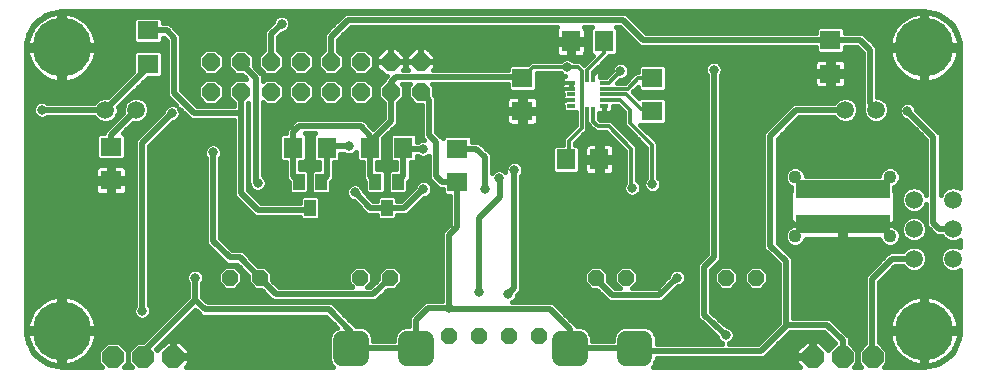
<source format=gbl>
G75*
%MOIN*%
%OFA0B0*%
%FSLAX24Y24*%
%IPPOS*%
%LPD*%
%AMOC8*
5,1,8,0,0,1.08239X$1,22.5*
%
%ADD10R,0.0710X0.0630*%
%ADD11C,0.0594*%
%ADD12OC8,0.0520*%
%ADD13C,0.0591*%
%ADD14R,0.3150X0.0591*%
%ADD15C,0.0436*%
%ADD16R,0.0276X0.0118*%
%ADD17R,0.0118X0.0276*%
%ADD18R,0.0709X0.0630*%
%ADD19R,0.0630X0.0709*%
%ADD20R,0.0394X0.0551*%
%ADD21R,0.0630X0.0710*%
%ADD22C,0.1969*%
%ADD23OC8,0.0600*%
%ADD24OC8,0.0709*%
%ADD25C,0.0120*%
%ADD26C,0.0160*%
%ADD27C,0.0317*%
%ADD28C,0.0197*%
%ADD29OC8,0.0531*%
D10*
X014989Y007305D03*
X014989Y008424D03*
X004674Y011242D03*
X004674Y012361D03*
X003438Y008487D03*
X003438Y007368D03*
X027418Y010923D03*
X027418Y012043D03*
D11*
X027918Y009719D03*
X028942Y009719D03*
X030206Y006723D03*
X031505Y006723D03*
X031505Y005739D03*
X030205Y005739D03*
X030206Y004754D03*
X031505Y004754D03*
X004276Y009719D03*
X003253Y009719D03*
D12*
X007402Y004124D03*
X008402Y004124D03*
X011733Y004124D03*
X012733Y004124D03*
X019607Y004124D03*
X020607Y004124D03*
X023938Y004124D03*
X024938Y004124D03*
D13*
X021189Y002057D02*
X021189Y001467D01*
X020599Y001467D01*
X020599Y002057D01*
X021189Y002057D01*
X020599Y002057D01*
X019024Y002057D02*
X019024Y001467D01*
X018434Y001467D01*
X018434Y002057D01*
X019024Y002057D01*
X018434Y002057D01*
X013906Y002057D02*
X013906Y001467D01*
X013316Y001467D01*
X013316Y002057D01*
X013906Y002057D01*
X013316Y002057D01*
X011741Y002057D02*
X011741Y001467D01*
X011151Y001467D01*
X011151Y002057D01*
X011741Y002057D01*
X011151Y002057D01*
D14*
X027824Y005896D03*
X027824Y007077D03*
D15*
X029398Y007471D03*
X026249Y007471D03*
X026249Y005502D03*
X029398Y005502D03*
D16*
X019871Y009833D03*
X019871Y010030D03*
X019871Y010227D03*
X019871Y010424D03*
X019871Y010621D03*
X018769Y010621D03*
X018769Y010424D03*
X018769Y010227D03*
X018769Y010030D03*
X018769Y009833D03*
D17*
X019123Y009676D03*
X019320Y009676D03*
X019517Y009676D03*
X019517Y010778D03*
X019320Y010778D03*
X019123Y010778D03*
D18*
X017154Y010778D03*
X017154Y009676D03*
X021485Y009676D03*
X021485Y010778D03*
D19*
X019871Y011998D03*
X018769Y011998D03*
X018611Y008061D03*
X019713Y008061D03*
D20*
X013001Y007313D03*
X012253Y007313D03*
X010442Y007313D03*
X009694Y007313D03*
X010068Y006447D03*
X012627Y006447D03*
D21*
X013187Y008455D03*
X012067Y008455D03*
X010628Y008455D03*
X009508Y008455D03*
D22*
X001800Y011802D03*
X001800Y002353D03*
X030540Y002353D03*
X030540Y011802D03*
D23*
X013765Y011317D03*
X012765Y011317D03*
X011765Y011317D03*
X010765Y011317D03*
X009765Y011317D03*
X008765Y011317D03*
X007765Y011317D03*
X006765Y011317D03*
X006765Y010317D03*
X007765Y010317D03*
X008765Y010317D03*
X009765Y010317D03*
X010765Y010317D03*
X011765Y010317D03*
X012765Y010317D03*
X013765Y010317D03*
D24*
X005517Y001487D03*
X004517Y001487D03*
X003517Y001487D03*
X026824Y001487D03*
X027824Y001487D03*
X028824Y001487D03*
D25*
X020816Y007117D02*
X020776Y007156D01*
X020776Y008416D01*
X020028Y009164D01*
X019674Y009164D01*
X019517Y009321D01*
X019517Y009676D01*
X019320Y009676D02*
X019320Y009085D01*
X019753Y008652D01*
X019753Y008180D01*
X019713Y008061D01*
X018690Y008140D02*
X018611Y008061D01*
X018690Y008140D02*
X018690Y008691D01*
X019123Y009124D01*
X019123Y009676D01*
X019123Y010778D01*
X019123Y011014D01*
X019005Y011132D01*
X018650Y011132D01*
X017509Y011132D01*
X017154Y010778D01*
X018335Y010621D02*
X018769Y010621D01*
X019320Y010778D02*
X019320Y011054D01*
X019871Y011605D01*
X019871Y011998D01*
X019674Y011132D02*
X019517Y010975D01*
X019517Y010778D01*
X019517Y010857D01*
X019753Y011093D01*
X020028Y010621D02*
X020422Y011014D01*
X020658Y010424D02*
X021013Y010778D01*
X021485Y010778D01*
X020658Y010424D02*
X019871Y010424D01*
X019871Y010227D02*
X020619Y010227D01*
X021091Y009754D01*
X021406Y009754D01*
X021485Y009676D01*
X020737Y009715D02*
X020737Y009282D01*
X021485Y008534D01*
X021485Y007235D01*
X020737Y009715D02*
X020422Y010030D01*
X019871Y010030D01*
X018769Y010030D02*
X018335Y010030D01*
X018335Y010424D02*
X018769Y010424D01*
X019871Y010621D02*
X020028Y010621D01*
D26*
X001644Y001165D02*
X001342Y001246D01*
X001071Y001402D01*
X000850Y001624D01*
X000693Y001894D01*
X000612Y002196D01*
X000602Y002353D01*
X000602Y011738D01*
X000602Y011739D01*
X000602Y011813D01*
X000602Y011813D01*
X000611Y011968D01*
X000611Y011968D01*
X000690Y012266D01*
X000843Y012533D01*
X001060Y012752D01*
X001326Y012908D01*
X001624Y012989D01*
X001778Y013000D01*
X030544Y013000D01*
X030700Y012989D01*
X031001Y012908D01*
X031272Y012751D01*
X031492Y012530D01*
X031648Y012260D01*
X031728Y011958D01*
X031738Y011802D01*
X031738Y011802D01*
X031738Y011727D01*
X031738Y007099D01*
X031592Y007160D01*
X031418Y007160D01*
X031257Y007093D01*
X031134Y006970D01*
X031094Y006872D01*
X031094Y008908D01*
X030954Y009048D01*
X030287Y009714D01*
X030287Y009735D01*
X030242Y009845D01*
X030158Y009929D01*
X030048Y009974D01*
X029930Y009974D01*
X029820Y009929D01*
X029736Y009845D01*
X029691Y009735D01*
X029691Y009616D01*
X029736Y009507D01*
X029820Y009423D01*
X029930Y009377D01*
X029950Y009377D01*
X030617Y008711D01*
X030617Y006872D01*
X030576Y006970D01*
X030453Y007093D01*
X030292Y007160D01*
X030119Y007160D01*
X029958Y007093D01*
X029835Y006970D01*
X029769Y006810D01*
X029769Y006636D01*
X029835Y006475D01*
X029958Y006353D01*
X030119Y006286D01*
X030292Y006286D01*
X030453Y006353D01*
X030576Y006475D01*
X030617Y006574D01*
X030617Y005887D01*
X030575Y005986D01*
X030453Y006109D01*
X030292Y006175D01*
X030118Y006175D01*
X029958Y006109D01*
X029835Y005986D01*
X029768Y005826D01*
X029768Y005652D01*
X029835Y005491D01*
X029958Y005368D01*
X030118Y005302D01*
X030292Y005302D01*
X030453Y005368D01*
X030575Y005491D01*
X030642Y005652D01*
X030642Y005811D01*
X030756Y005697D01*
X030953Y005500D01*
X031131Y005500D01*
X031135Y005491D01*
X031258Y005368D01*
X031418Y005302D01*
X031592Y005302D01*
X031738Y005362D01*
X031738Y005131D01*
X031592Y005191D01*
X031418Y005191D01*
X031257Y005125D01*
X031134Y005002D01*
X031068Y004841D01*
X031068Y004667D01*
X031134Y004507D01*
X031257Y004384D01*
X031418Y004318D01*
X031592Y004318D01*
X031738Y004378D01*
X031738Y002353D01*
X031728Y002196D01*
X031647Y001894D01*
X031491Y001624D01*
X031269Y001402D01*
X030999Y001246D01*
X030697Y001165D01*
X030540Y001155D01*
X029191Y001155D01*
X029318Y001282D01*
X029318Y001691D01*
X029046Y001963D01*
X029046Y003986D01*
X029576Y004516D01*
X029831Y004516D01*
X029835Y004507D01*
X029958Y004384D01*
X030119Y004318D01*
X030292Y004318D01*
X030453Y004384D01*
X030576Y004507D01*
X030642Y004667D01*
X030642Y004841D01*
X030576Y005002D01*
X030453Y005125D01*
X030292Y005191D01*
X030119Y005191D01*
X029958Y005125D01*
X029835Y005002D01*
X029831Y004993D01*
X029378Y004993D01*
X028709Y004324D01*
X028569Y004184D01*
X028569Y001932D01*
X028329Y001691D01*
X028329Y001282D01*
X028456Y001155D01*
X028191Y001155D01*
X028318Y001282D01*
X028318Y001691D01*
X028062Y001947D01*
X028062Y002137D01*
X027922Y002276D01*
X027550Y002648D01*
X027550Y002648D01*
X027411Y002788D01*
X026172Y002788D01*
X026172Y004774D01*
X025660Y005286D01*
X025660Y008750D01*
X026387Y009477D01*
X027546Y009477D01*
X027548Y009471D01*
X027671Y009349D01*
X027831Y009282D01*
X028005Y009282D01*
X028166Y009349D01*
X028288Y009471D01*
X028355Y009632D01*
X028355Y009806D01*
X028288Y009966D01*
X028166Y010089D01*
X028005Y010156D01*
X027831Y010156D01*
X027671Y010089D01*
X027548Y009966D01*
X027542Y009953D01*
X026189Y009953D01*
X026050Y009814D01*
X025184Y008948D01*
X025184Y005089D01*
X025323Y004949D01*
X025695Y004577D01*
X025695Y002609D01*
X025008Y001922D01*
X024046Y001922D01*
X024095Y001942D01*
X024179Y002026D01*
X024224Y002136D01*
X024224Y002255D01*
X024179Y002364D01*
X024095Y002448D01*
X023985Y002494D01*
X023957Y002494D01*
X023456Y002967D01*
X023456Y004380D01*
X023771Y004695D01*
X023771Y010870D01*
X023785Y010885D01*
X023831Y010994D01*
X023831Y011113D01*
X023785Y011223D01*
X023701Y011307D01*
X023592Y011352D01*
X023473Y011352D01*
X023363Y011307D01*
X023279Y011223D01*
X023234Y011113D01*
X023234Y010994D01*
X023279Y010885D01*
X023294Y010870D01*
X023294Y004893D01*
X023119Y004717D01*
X022979Y004578D01*
X022979Y002959D01*
X022976Y002957D01*
X022979Y002861D01*
X022979Y002766D01*
X022982Y002763D01*
X022982Y002759D01*
X023051Y002694D01*
X023119Y002626D01*
X023123Y002626D01*
X023628Y002149D01*
X023628Y002136D01*
X023673Y002026D01*
X023757Y001942D01*
X023806Y001922D01*
X021625Y001922D01*
X021625Y002144D01*
X021559Y002304D01*
X021436Y002427D01*
X021276Y002493D01*
X020513Y002493D01*
X020353Y002427D01*
X020230Y002304D01*
X020164Y002144D01*
X020164Y002001D01*
X019460Y002001D01*
X019460Y002144D01*
X019393Y002304D01*
X019271Y002427D01*
X019111Y002493D01*
X018966Y002493D01*
X018298Y003160D01*
X018159Y003300D01*
X016802Y003300D01*
X016851Y003320D01*
X016935Y003404D01*
X016980Y003514D01*
X016980Y003535D01*
X017117Y003671D01*
X017117Y007524D01*
X017132Y007538D01*
X017177Y007648D01*
X017177Y007766D01*
X017132Y007876D01*
X017048Y007960D01*
X016938Y008006D01*
X016819Y008006D01*
X016710Y007960D01*
X016626Y007876D01*
X016580Y007766D01*
X016580Y007648D01*
X016586Y007635D01*
X016536Y007685D01*
X016426Y007730D01*
X016308Y007730D01*
X016198Y007685D01*
X016133Y007620D01*
X016133Y008239D01*
X015857Y008515D01*
X015718Y008654D01*
X015484Y008654D01*
X015484Y008797D01*
X015402Y008879D01*
X014576Y008879D01*
X014494Y008797D01*
X014494Y008775D01*
X014379Y008890D01*
X014283Y008987D01*
X014283Y010137D01*
X014205Y010215D01*
X014205Y010500D01*
X014125Y010579D01*
X016660Y010579D01*
X016660Y010405D01*
X016742Y010323D01*
X017567Y010323D01*
X017649Y010405D01*
X017649Y010932D01*
X018428Y010932D01*
X018481Y010879D01*
X018560Y010847D01*
X018520Y010824D01*
X018487Y010790D01*
X018463Y010749D01*
X018451Y010703D01*
X018451Y010621D01*
X018514Y010621D01*
X018514Y010621D01*
X018451Y010621D01*
X018451Y010538D01*
X018455Y010522D01*
X018451Y010506D01*
X018451Y010424D01*
X018514Y010424D01*
X018514Y010424D01*
X018451Y010424D01*
X018451Y010341D01*
X018463Y010295D01*
X018487Y010254D01*
X018491Y010250D01*
X018491Y010204D01*
X018487Y010200D01*
X018463Y010159D01*
X018451Y010113D01*
X018451Y010030D01*
X018571Y010030D01*
X018571Y010030D01*
X018571Y010030D01*
X018451Y010030D01*
X018451Y009947D01*
X018463Y009901D01*
X018487Y009860D01*
X018491Y009856D01*
X018491Y009716D01*
X018573Y009634D01*
X018923Y009634D01*
X018923Y009207D01*
X018607Y008891D01*
X018490Y008774D01*
X018490Y008556D01*
X018238Y008556D01*
X018156Y008474D01*
X018156Y007649D01*
X018238Y007567D01*
X018984Y007567D01*
X019066Y007649D01*
X019066Y008474D01*
X018984Y008556D01*
X018890Y008556D01*
X018890Y008609D01*
X019323Y009042D01*
X019323Y009232D01*
X019474Y009081D01*
X019591Y008964D01*
X019946Y008964D01*
X020576Y008333D01*
X020576Y007299D01*
X020563Y007286D01*
X020517Y007176D01*
X020517Y007057D01*
X020563Y006948D01*
X020647Y006864D01*
X020756Y006818D01*
X020875Y006818D01*
X020985Y006864D01*
X021069Y006948D01*
X021114Y007057D01*
X021114Y007176D01*
X021069Y007286D01*
X020985Y007370D01*
X020976Y007373D01*
X020976Y008499D01*
X020859Y008616D01*
X020111Y009364D01*
X019757Y009364D01*
X019717Y009404D01*
X019717Y009594D01*
X019871Y009594D01*
X020032Y009594D01*
X020078Y009606D01*
X020119Y009630D01*
X020153Y009664D01*
X020176Y009705D01*
X020189Y009750D01*
X020189Y009830D01*
X020339Y009830D01*
X020537Y009632D01*
X020537Y009199D01*
X021285Y008451D01*
X021285Y007457D01*
X021232Y007404D01*
X021187Y007294D01*
X021187Y007175D01*
X021232Y007066D01*
X021316Y006982D01*
X021426Y006936D01*
X021544Y006936D01*
X021654Y006982D01*
X021738Y007066D01*
X021783Y007175D01*
X021783Y007294D01*
X021738Y007404D01*
X021685Y007457D01*
X021685Y008617D01*
X021568Y008734D01*
X021081Y009221D01*
X021897Y009221D01*
X021979Y009303D01*
X021979Y010049D01*
X021897Y010131D01*
X021073Y010131D01*
X021035Y010093D01*
X020823Y010306D01*
X020991Y010473D01*
X020991Y010405D01*
X021073Y010323D01*
X021897Y010323D01*
X021979Y010405D01*
X021979Y011151D01*
X021897Y011233D01*
X021073Y011233D01*
X020991Y011151D01*
X020991Y010978D01*
X020930Y010978D01*
X020813Y010861D01*
X020575Y010624D01*
X020314Y010624D01*
X020406Y010716D01*
X020481Y010716D01*
X020591Y010761D01*
X020675Y010845D01*
X020720Y010955D01*
X020720Y011074D01*
X020675Y011183D01*
X020591Y011267D01*
X020481Y011313D01*
X020363Y011313D01*
X020253Y011267D01*
X020169Y011183D01*
X020124Y011074D01*
X020124Y010999D01*
X019946Y010821D01*
X019788Y010821D01*
X019787Y010820D01*
X019756Y010820D01*
X019756Y010939D01*
X019743Y010985D01*
X019720Y011026D01*
X019686Y011060D01*
X019645Y011084D01*
X019635Y011086D01*
X019954Y011405D01*
X020053Y011504D01*
X020244Y011504D01*
X020326Y011586D01*
X020326Y012411D01*
X020268Y012469D01*
X020402Y012469D01*
X020927Y011944D01*
X020927Y011944D01*
X021067Y011804D01*
X026923Y011804D01*
X026923Y011670D01*
X027005Y011588D01*
X027831Y011588D01*
X027913Y011670D01*
X027913Y011804D01*
X028311Y011804D01*
X028491Y011624D01*
X028491Y009833D01*
X028509Y009815D01*
X028505Y009806D01*
X028505Y009632D01*
X028571Y009471D01*
X028694Y009349D01*
X028855Y009282D01*
X029029Y009282D01*
X029189Y009349D01*
X029312Y009471D01*
X029379Y009632D01*
X029379Y009806D01*
X029312Y009966D01*
X029189Y010089D01*
X029029Y010156D01*
X028968Y010156D01*
X028968Y011822D01*
X028828Y011961D01*
X028508Y012281D01*
X027913Y012281D01*
X027913Y012416D01*
X027831Y012498D01*
X027005Y012498D01*
X026923Y012416D01*
X026923Y012281D01*
X021264Y012281D01*
X020739Y012806D01*
X020600Y012946D01*
X011229Y012946D01*
X010678Y012394D01*
X010538Y012255D01*
X010538Y011713D01*
X010325Y011500D01*
X010325Y011135D01*
X010582Y010877D01*
X010947Y010877D01*
X011205Y011135D01*
X011205Y011500D01*
X011015Y011689D01*
X011015Y012057D01*
X011426Y012469D01*
X018315Y012469D01*
X018310Y012463D01*
X018286Y012422D01*
X018274Y012377D01*
X018274Y012076D01*
X018691Y012076D01*
X018691Y011921D01*
X018274Y011921D01*
X018274Y011620D01*
X018286Y011575D01*
X018310Y011534D01*
X018343Y011500D01*
X018384Y011476D01*
X018430Y011464D01*
X018691Y011464D01*
X018691Y011921D01*
X018846Y011921D01*
X018846Y012076D01*
X019263Y012076D01*
X019263Y012377D01*
X019251Y012422D01*
X019228Y012463D01*
X019222Y012469D01*
X019474Y012469D01*
X019416Y012411D01*
X019416Y011586D01*
X019493Y011509D01*
X019202Y011218D01*
X019088Y011332D01*
X018872Y011332D01*
X018819Y011385D01*
X018710Y011431D01*
X018591Y011431D01*
X018481Y011385D01*
X018428Y011332D01*
X017426Y011332D01*
X017326Y011233D01*
X016742Y011233D01*
X016660Y011151D01*
X016660Y011056D01*
X014182Y011056D01*
X014245Y011119D01*
X016660Y011119D01*
X017371Y011277D02*
X014245Y011277D01*
X014245Y011297D02*
X014245Y011119D01*
X014245Y011297D02*
X013785Y011297D01*
X013785Y011337D01*
X014245Y011337D01*
X014245Y011516D01*
X013963Y011797D01*
X013785Y011797D01*
X013785Y011337D01*
X013745Y011337D01*
X013745Y011297D01*
X013285Y011297D01*
X013285Y011119D01*
X013245Y011119D01*
X013245Y011297D01*
X012785Y011297D01*
X012785Y011337D01*
X013245Y011337D01*
X013245Y011516D01*
X012963Y011797D01*
X012785Y011797D01*
X012785Y011337D01*
X012745Y011337D01*
X012745Y011297D01*
X012285Y011297D01*
X012285Y011119D01*
X012188Y011119D01*
X012205Y011135D02*
X011947Y010877D01*
X011582Y010877D01*
X011325Y011135D01*
X011325Y011500D01*
X011582Y011757D01*
X011947Y011757D01*
X012205Y011500D01*
X012205Y011135D01*
X012285Y011119D02*
X012566Y010837D01*
X012625Y010837D01*
X012526Y010739D01*
X012526Y010701D01*
X012325Y010500D01*
X012325Y010135D01*
X012526Y009934D01*
X012526Y009440D01*
X012174Y009088D01*
X011859Y009402D01*
X009615Y009402D01*
X009475Y009263D01*
X009269Y009057D01*
X009269Y008950D01*
X009135Y008950D01*
X009053Y008868D01*
X009053Y008042D01*
X009135Y007960D01*
X009269Y007960D01*
X009269Y007401D01*
X009357Y007313D01*
X009357Y006980D01*
X009439Y006898D01*
X009949Y006898D01*
X010031Y006980D01*
X010031Y007647D01*
X009949Y007729D01*
X009746Y007729D01*
X009746Y007960D01*
X009881Y007960D01*
X009963Y008042D01*
X009963Y008868D01*
X009906Y008925D01*
X010230Y008925D01*
X010173Y008868D01*
X010173Y008042D01*
X010255Y007960D01*
X010389Y007960D01*
X010389Y007729D01*
X010187Y007729D01*
X010105Y007647D01*
X010105Y006980D01*
X010187Y006898D01*
X010697Y006898D01*
X010779Y006980D01*
X010779Y007313D01*
X010866Y007401D01*
X010866Y007960D01*
X011001Y007960D01*
X011083Y008042D01*
X011083Y008256D01*
X011183Y008256D01*
X011198Y008242D01*
X011308Y008196D01*
X011426Y008196D01*
X011536Y008242D01*
X011612Y008318D01*
X011612Y008042D01*
X011694Y007960D01*
X011829Y007960D01*
X011829Y007401D01*
X011916Y007313D01*
X011916Y006980D01*
X011998Y006898D01*
X012508Y006898D01*
X012590Y006980D01*
X012590Y007647D01*
X012508Y007729D01*
X012305Y007729D01*
X012305Y007960D01*
X012440Y007960D01*
X012522Y008042D01*
X012522Y008761D01*
X012863Y009103D01*
X013003Y009242D01*
X013003Y009934D01*
X013205Y010135D01*
X013205Y010500D01*
X013125Y010579D01*
X013404Y010579D01*
X013325Y010500D01*
X013325Y010135D01*
X013582Y009877D01*
X013806Y009877D01*
X013806Y008789D01*
X013881Y008714D01*
X013788Y008714D01*
X013678Y008669D01*
X013664Y008654D01*
X013642Y008654D01*
X013642Y008868D01*
X013560Y008950D01*
X012814Y008950D01*
X012732Y008868D01*
X012732Y008042D01*
X012814Y007960D01*
X012948Y007960D01*
X012948Y007729D01*
X012746Y007729D01*
X012664Y007647D01*
X012664Y006980D01*
X012746Y006898D01*
X013256Y006898D01*
X013338Y006980D01*
X013338Y007313D01*
X013425Y007401D01*
X013425Y007960D01*
X013560Y007960D01*
X013642Y008042D01*
X013642Y008177D01*
X013664Y008177D01*
X013678Y008163D01*
X013788Y008117D01*
X013907Y008117D01*
X014016Y008163D01*
X014042Y008188D01*
X014042Y007412D01*
X014387Y007066D01*
X014494Y007066D01*
X014494Y006932D01*
X014576Y006850D01*
X014751Y006850D01*
X014751Y005916D01*
X014615Y005780D01*
X014475Y005641D01*
X014475Y003339D01*
X013906Y003339D01*
X013512Y002946D01*
X013373Y002806D01*
X013373Y002493D01*
X013229Y002493D01*
X013069Y002427D01*
X012947Y002304D01*
X012880Y002144D01*
X012880Y002001D01*
X012176Y002001D01*
X012176Y002144D01*
X012110Y002304D01*
X011988Y002427D01*
X011828Y002493D01*
X011603Y002493D01*
X010796Y003300D01*
X006663Y003300D01*
X006487Y003475D01*
X006487Y003941D01*
X006502Y003955D01*
X006547Y004065D01*
X006547Y004184D01*
X006502Y004294D01*
X006418Y004377D01*
X006308Y004423D01*
X006189Y004423D01*
X006080Y004377D01*
X005996Y004294D01*
X005950Y004184D01*
X005950Y004065D01*
X005996Y003955D01*
X006010Y003941D01*
X006010Y003475D01*
X004516Y001981D01*
X004312Y001981D01*
X004022Y001691D01*
X004022Y001282D01*
X004149Y001155D01*
X003884Y001155D01*
X004011Y001282D01*
X004011Y001691D01*
X003721Y001981D01*
X003312Y001981D01*
X003022Y001691D01*
X003022Y001282D01*
X003149Y001155D01*
X001800Y001155D01*
X001644Y001165D01*
X001605Y001203D02*
X001720Y001190D01*
X001720Y002273D01*
X000637Y002273D01*
X000650Y002157D01*
X000679Y002030D01*
X000723Y001907D01*
X000779Y001789D01*
X000849Y001678D01*
X000931Y001576D01*
X001023Y001483D01*
X001125Y001402D01*
X001236Y001332D01*
X001354Y001275D01*
X001477Y001232D01*
X001605Y001203D01*
X001720Y001292D02*
X001880Y001292D01*
X001880Y001190D02*
X001995Y001203D01*
X002123Y001232D01*
X002246Y001275D01*
X002364Y001332D01*
X002475Y001402D01*
X002577Y001483D01*
X002669Y001576D01*
X002751Y001678D01*
X002821Y001789D01*
X002877Y001907D01*
X002921Y002030D01*
X002950Y002157D01*
X002963Y002273D01*
X001880Y002273D01*
X001880Y002433D01*
X001720Y002433D01*
X001720Y003515D01*
X001605Y003502D01*
X001477Y003473D01*
X001354Y003430D01*
X001236Y003373D01*
X001125Y003304D01*
X001023Y003222D01*
X000931Y003130D01*
X000849Y003028D01*
X000779Y002917D01*
X000723Y002799D01*
X000679Y002676D01*
X000650Y002548D01*
X000637Y002433D01*
X001720Y002433D01*
X001720Y002273D01*
X001880Y002273D01*
X001880Y001190D01*
X001320Y001292D02*
X001262Y001292D01*
X001064Y001450D02*
X001023Y001450D01*
X000904Y001609D02*
X000864Y001609D01*
X000793Y001767D02*
X000767Y001767D01*
X000716Y001926D02*
X000685Y001926D01*
X000667Y002084D02*
X000642Y002084D01*
X000641Y002243D02*
X000609Y002243D01*
X000602Y002401D02*
X001720Y002401D01*
X001720Y002243D02*
X001880Y002243D01*
X001880Y002401D02*
X004937Y002401D01*
X005095Y002560D02*
X002947Y002560D01*
X002950Y002548D02*
X002921Y002676D01*
X002877Y002799D01*
X002821Y002917D01*
X002751Y003028D01*
X002669Y003130D01*
X002577Y003222D01*
X002475Y003304D01*
X002364Y003373D01*
X002246Y003430D01*
X002123Y003473D01*
X001995Y003502D01*
X001880Y003515D01*
X001880Y002433D01*
X002963Y002433D01*
X002950Y002548D01*
X002906Y002718D02*
X005254Y002718D01*
X005769Y002560D02*
X010862Y002560D01*
X010904Y002427D02*
X010969Y002453D01*
X010599Y002823D01*
X006465Y002823D01*
X006325Y002963D01*
X006249Y003039D01*
X004956Y001746D01*
X004988Y001714D01*
X005295Y002021D01*
X005478Y002021D01*
X005478Y001525D01*
X005555Y001525D01*
X006051Y001525D01*
X006051Y001708D01*
X005738Y002021D01*
X005555Y002021D01*
X005555Y001525D01*
X005555Y001449D01*
X006051Y001449D01*
X006051Y001265D01*
X005940Y001155D01*
X010847Y001155D01*
X010781Y001220D01*
X010715Y001380D01*
X010715Y002144D01*
X010781Y002304D01*
X010904Y002427D01*
X010879Y002401D02*
X005611Y002401D01*
X005452Y002243D02*
X010756Y002243D01*
X010715Y002084D02*
X005294Y002084D01*
X005200Y001926D02*
X005135Y001926D01*
X005478Y001926D02*
X005555Y001926D01*
X005833Y001926D02*
X010715Y001926D01*
X010715Y001767D02*
X005992Y001767D01*
X006051Y001609D02*
X010715Y001609D01*
X010715Y001450D02*
X005555Y001450D01*
X005555Y001609D02*
X005478Y001609D01*
X005478Y001767D02*
X005555Y001767D01*
X005042Y001767D02*
X004977Y001767D01*
X004257Y001926D02*
X003776Y001926D01*
X003257Y001926D02*
X002884Y001926D01*
X002933Y002084D02*
X004620Y002084D01*
X004778Y002243D02*
X002959Y002243D01*
X003098Y001767D02*
X002807Y001767D01*
X002696Y001609D02*
X003022Y001609D01*
X003022Y001450D02*
X002536Y001450D01*
X002280Y001292D02*
X003022Y001292D01*
X004011Y001292D02*
X004022Y001292D01*
X004011Y001450D02*
X004022Y001450D01*
X004011Y001609D02*
X004022Y001609D01*
X004098Y001767D02*
X003935Y001767D01*
X006051Y001292D02*
X010752Y001292D01*
X012176Y002084D02*
X012880Y002084D01*
X012921Y002243D02*
X012135Y002243D01*
X012013Y002401D02*
X013044Y002401D01*
X013373Y002560D02*
X011536Y002560D01*
X011378Y002718D02*
X013373Y002718D01*
X013444Y002877D02*
X011219Y002877D01*
X011061Y003035D02*
X013602Y003035D01*
X013761Y003194D02*
X010902Y003194D01*
X010704Y002718D02*
X005928Y002718D01*
X006086Y002877D02*
X006411Y002877D01*
X006253Y003035D02*
X006245Y003035D01*
X005888Y003352D02*
X004716Y003352D01*
X004716Y003206D02*
X004716Y008514D01*
X005500Y009298D01*
X005521Y009298D01*
X005630Y009344D01*
X005714Y009428D01*
X005760Y009538D01*
X005760Y009656D01*
X005722Y009747D01*
X005971Y009498D01*
X006111Y009358D01*
X007526Y009358D01*
X007526Y006841D01*
X008097Y006270D01*
X008237Y006130D01*
X009731Y006130D01*
X009731Y006114D01*
X009813Y006032D01*
X010323Y006032D01*
X010405Y006114D01*
X010405Y006781D01*
X010323Y006863D01*
X009813Y006863D01*
X009731Y006781D01*
X009731Y006607D01*
X008434Y006607D01*
X008003Y007038D01*
X008003Y009934D01*
X008018Y009949D01*
X008018Y007254D01*
X008037Y007235D01*
X008037Y007215D01*
X008082Y007105D01*
X008166Y007021D01*
X008276Y006976D01*
X008395Y006976D01*
X008504Y007021D01*
X008588Y007105D01*
X008634Y007215D01*
X008634Y007333D01*
X008588Y007443D01*
X008504Y007527D01*
X008495Y007531D01*
X008495Y009965D01*
X008582Y009877D01*
X008947Y009877D01*
X009205Y010135D01*
X009205Y010500D01*
X008947Y010757D01*
X008582Y010757D01*
X008495Y010670D01*
X008495Y010877D01*
X008355Y011016D01*
X008205Y011167D01*
X008205Y011500D01*
X007947Y011757D01*
X007582Y011757D01*
X007325Y011500D01*
X007325Y011135D01*
X007582Y010877D01*
X007820Y010877D01*
X007940Y010757D01*
X007582Y010757D01*
X007325Y010500D01*
X007325Y010135D01*
X007526Y009934D01*
X007526Y009835D01*
X006308Y009835D01*
X005779Y010365D01*
X005779Y012215D01*
X005639Y012355D01*
X005394Y012600D01*
X005169Y012600D01*
X005169Y012734D01*
X005087Y012816D01*
X004261Y012816D01*
X004179Y012734D01*
X004179Y011989D01*
X004261Y011907D01*
X005087Y011907D01*
X005169Y011989D01*
X005169Y012123D01*
X005197Y012123D01*
X005302Y012018D01*
X005302Y010167D01*
X005611Y009858D01*
X005521Y009895D01*
X005402Y009895D01*
X005292Y009850D01*
X005208Y009766D01*
X005163Y009656D01*
X005163Y009636D01*
X004239Y008711D01*
X004239Y003206D01*
X004224Y003191D01*
X004179Y003081D01*
X004179Y002963D01*
X004224Y002853D01*
X004308Y002769D01*
X004418Y002724D01*
X004537Y002724D01*
X004646Y002769D01*
X004730Y002853D01*
X004776Y002963D01*
X004776Y003081D01*
X004730Y003191D01*
X004716Y003206D01*
X004727Y003194D02*
X005729Y003194D01*
X005571Y003035D02*
X004776Y003035D01*
X004740Y002877D02*
X005412Y002877D01*
X004214Y002877D02*
X002840Y002877D01*
X002745Y003035D02*
X004179Y003035D01*
X004227Y003194D02*
X002605Y003194D01*
X002398Y003352D02*
X004239Y003352D01*
X004239Y003511D02*
X001920Y003511D01*
X001880Y003511D02*
X001720Y003511D01*
X001680Y003511D02*
X000602Y003511D01*
X000602Y003669D02*
X004239Y003669D01*
X004716Y003669D02*
X006010Y003669D01*
X006010Y003511D02*
X004716Y003511D01*
X004716Y003828D02*
X006010Y003828D01*
X005983Y003986D02*
X004716Y003986D01*
X004716Y004145D02*
X005950Y004145D01*
X006006Y004303D02*
X004716Y004303D01*
X004716Y004462D02*
X007174Y004462D01*
X007237Y004524D02*
X007002Y004290D01*
X007002Y003959D01*
X007237Y003724D01*
X007568Y003724D01*
X007802Y003959D01*
X007802Y004290D01*
X007568Y004524D01*
X007237Y004524D01*
X007292Y004555D02*
X007634Y004555D01*
X008002Y004187D01*
X008002Y003959D01*
X008237Y003724D01*
X008438Y003724D01*
X008688Y003475D01*
X008827Y003335D01*
X012281Y003335D01*
X012670Y003724D01*
X012899Y003724D01*
X013133Y003959D01*
X013133Y004290D01*
X012899Y004524D01*
X012567Y004524D01*
X012333Y004290D01*
X012333Y004062D01*
X012083Y003812D01*
X011986Y003812D01*
X012133Y003959D01*
X012133Y004290D01*
X011899Y004524D01*
X011567Y004524D01*
X011333Y004290D01*
X011333Y003959D01*
X011480Y003812D01*
X009025Y003812D01*
X008802Y004034D01*
X008802Y004290D01*
X008568Y004524D01*
X008340Y004524D01*
X007832Y005032D01*
X007489Y005032D01*
X007078Y005444D01*
X007078Y008114D01*
X007092Y008129D01*
X007138Y008238D01*
X007138Y008357D01*
X007092Y008467D01*
X007008Y008551D01*
X006899Y008596D01*
X006780Y008596D01*
X006670Y008551D01*
X006586Y008467D01*
X006541Y008357D01*
X006541Y008238D01*
X006586Y008129D01*
X006601Y008114D01*
X006601Y005246D01*
X007152Y004695D01*
X007292Y004555D01*
X007227Y004620D02*
X004716Y004620D01*
X004239Y004620D02*
X000602Y004620D01*
X000602Y004462D02*
X004239Y004462D01*
X004239Y004303D02*
X000602Y004303D01*
X000602Y004145D02*
X004239Y004145D01*
X004239Y003986D02*
X000602Y003986D01*
X000602Y003828D02*
X004239Y003828D01*
X004239Y004779D02*
X000602Y004779D01*
X000602Y004937D02*
X004239Y004937D01*
X004239Y005096D02*
X000602Y005096D01*
X000602Y005254D02*
X004239Y005254D01*
X004239Y005413D02*
X000602Y005413D01*
X000602Y005571D02*
X004239Y005571D01*
X004716Y005571D02*
X006601Y005571D01*
X006601Y005413D02*
X004716Y005413D01*
X004716Y005254D02*
X006601Y005254D01*
X006751Y005096D02*
X004716Y005096D01*
X004716Y004937D02*
X006910Y004937D01*
X007068Y004779D02*
X004716Y004779D01*
X006492Y004303D02*
X007016Y004303D01*
X007002Y004145D02*
X006547Y004145D01*
X006515Y003986D02*
X007002Y003986D01*
X007133Y003828D02*
X006487Y003828D01*
X006487Y003669D02*
X008493Y003669D01*
X008651Y003511D02*
X006487Y003511D01*
X006610Y003352D02*
X008810Y003352D01*
X009009Y003828D02*
X011464Y003828D01*
X011333Y003986D02*
X008850Y003986D01*
X008802Y004145D02*
X011333Y004145D01*
X011346Y004303D02*
X008789Y004303D01*
X008631Y004462D02*
X011505Y004462D01*
X011961Y004462D02*
X012505Y004462D01*
X012346Y004303D02*
X012120Y004303D01*
X012133Y004145D02*
X012333Y004145D01*
X012258Y003986D02*
X012133Y003986D01*
X012099Y003828D02*
X012002Y003828D01*
X012615Y003669D02*
X014475Y003669D01*
X014475Y003511D02*
X012457Y003511D01*
X012298Y003352D02*
X014475Y003352D01*
X014475Y003828D02*
X013002Y003828D01*
X013133Y003986D02*
X014475Y003986D01*
X014475Y004145D02*
X013133Y004145D01*
X013120Y004303D02*
X014475Y004303D01*
X014475Y004462D02*
X012961Y004462D01*
X014475Y004620D02*
X008244Y004620D01*
X008085Y004779D02*
X014475Y004779D01*
X014475Y004937D02*
X007927Y004937D01*
X007426Y005096D02*
X014475Y005096D01*
X014475Y005254D02*
X007267Y005254D01*
X007109Y005413D02*
X014475Y005413D01*
X014475Y005571D02*
X007078Y005571D01*
X007078Y005730D02*
X014564Y005730D01*
X014723Y005888D02*
X007078Y005888D01*
X007078Y006047D02*
X009798Y006047D01*
X010338Y006047D02*
X012357Y006047D01*
X012372Y006032D02*
X012882Y006032D01*
X012964Y006114D01*
X012964Y006209D01*
X013316Y006209D01*
X013886Y006779D01*
X013907Y006779D01*
X014016Y006824D01*
X014100Y006908D01*
X014146Y007018D01*
X014146Y007137D01*
X014100Y007246D01*
X014016Y007330D01*
X013907Y007376D01*
X013788Y007376D01*
X013678Y007330D01*
X013594Y007246D01*
X013549Y007137D01*
X013549Y007116D01*
X013119Y006686D01*
X012964Y006686D01*
X012964Y006781D01*
X012882Y006863D01*
X012372Y006863D01*
X012290Y006781D01*
X012290Y006686D01*
X012174Y006686D01*
X011862Y006998D01*
X011862Y007018D01*
X011817Y007128D01*
X011733Y007212D01*
X011623Y007258D01*
X011504Y007258D01*
X011395Y007212D01*
X011311Y007128D01*
X011265Y007018D01*
X011265Y006900D01*
X011311Y006790D01*
X011395Y006706D01*
X011504Y006661D01*
X011525Y006661D01*
X011977Y006209D01*
X012290Y006209D01*
X012290Y006114D01*
X012372Y006032D01*
X012290Y006205D02*
X010405Y006205D01*
X010405Y006364D02*
X011822Y006364D01*
X011663Y006522D02*
X010405Y006522D01*
X010405Y006681D02*
X011456Y006681D01*
X011290Y006839D02*
X010346Y006839D01*
X010105Y006998D02*
X010031Y006998D01*
X010031Y007156D02*
X010105Y007156D01*
X010105Y007315D02*
X010031Y007315D01*
X010031Y007473D02*
X010105Y007473D01*
X010105Y007632D02*
X010031Y007632D01*
X009746Y007790D02*
X010389Y007790D01*
X010389Y007949D02*
X009746Y007949D01*
X009963Y008107D02*
X010173Y008107D01*
X010173Y008266D02*
X009963Y008266D01*
X009963Y008424D02*
X010173Y008424D01*
X010173Y008583D02*
X009963Y008583D01*
X009963Y008741D02*
X010173Y008741D01*
X010204Y008900D02*
X009931Y008900D01*
X009429Y009217D02*
X008495Y009217D01*
X008495Y009375D02*
X009588Y009375D01*
X009271Y009058D02*
X008495Y009058D01*
X008495Y008900D02*
X009085Y008900D01*
X009053Y008741D02*
X008495Y008741D01*
X008495Y008583D02*
X009053Y008583D01*
X009053Y008424D02*
X008495Y008424D01*
X008495Y008266D02*
X009053Y008266D01*
X009053Y008107D02*
X008495Y008107D01*
X008495Y007949D02*
X009269Y007949D01*
X009269Y007790D02*
X008495Y007790D01*
X008495Y007632D02*
X009269Y007632D01*
X009269Y007473D02*
X008558Y007473D01*
X008634Y007315D02*
X009355Y007315D01*
X009357Y007156D02*
X008610Y007156D01*
X008448Y006998D02*
X009357Y006998D01*
X009789Y006839D02*
X008202Y006839D01*
X008222Y006998D02*
X008043Y006998D01*
X008061Y007156D02*
X008003Y007156D01*
X008003Y007315D02*
X008018Y007315D01*
X008003Y007473D02*
X008018Y007473D01*
X007526Y007473D02*
X007078Y007473D01*
X007078Y007315D02*
X007526Y007315D01*
X007526Y007156D02*
X007078Y007156D01*
X007078Y006998D02*
X007526Y006998D01*
X007527Y006839D02*
X007078Y006839D01*
X007078Y006681D02*
X007686Y006681D01*
X007844Y006522D02*
X007078Y006522D01*
X007078Y006364D02*
X008003Y006364D01*
X008161Y006205D02*
X007078Y006205D01*
X006601Y006205D02*
X004716Y006205D01*
X004716Y006047D02*
X006601Y006047D01*
X006601Y005888D02*
X004716Y005888D01*
X004716Y005730D02*
X006601Y005730D01*
X006601Y006364D02*
X004716Y006364D01*
X004716Y006522D02*
X006601Y006522D01*
X006601Y006681D02*
X004716Y006681D01*
X004716Y006839D02*
X006601Y006839D01*
X006601Y006998D02*
X004716Y006998D01*
X004716Y007156D02*
X006601Y007156D01*
X006601Y007315D02*
X004716Y007315D01*
X004716Y007473D02*
X006601Y007473D01*
X006601Y007632D02*
X004716Y007632D01*
X004716Y007790D02*
X006601Y007790D01*
X006601Y007949D02*
X004716Y007949D01*
X004716Y008107D02*
X006601Y008107D01*
X006541Y008266D02*
X004716Y008266D01*
X004716Y008424D02*
X006569Y008424D01*
X007110Y008424D02*
X007526Y008424D01*
X007526Y008266D02*
X007138Y008266D01*
X007078Y008107D02*
X007526Y008107D01*
X007526Y007949D02*
X007078Y007949D01*
X007078Y007790D02*
X007526Y007790D01*
X007526Y007632D02*
X007078Y007632D01*
X008003Y007632D02*
X008018Y007632D01*
X008003Y007790D02*
X008018Y007790D01*
X008003Y007949D02*
X008018Y007949D01*
X008003Y008107D02*
X008018Y008107D01*
X008003Y008266D02*
X008018Y008266D01*
X008003Y008424D02*
X008018Y008424D01*
X008003Y008583D02*
X008018Y008583D01*
X008003Y008741D02*
X008018Y008741D01*
X008003Y008900D02*
X008018Y008900D01*
X008003Y009058D02*
X008018Y009058D01*
X008003Y009217D02*
X008018Y009217D01*
X008003Y009375D02*
X008018Y009375D01*
X007526Y009217D02*
X005419Y009217D01*
X005260Y009058D02*
X007526Y009058D01*
X007526Y008900D02*
X005102Y008900D01*
X004943Y008741D02*
X007526Y008741D01*
X007526Y008583D02*
X006931Y008583D01*
X006748Y008583D02*
X004785Y008583D01*
X004269Y008741D02*
X003933Y008741D01*
X003933Y008860D02*
X003851Y008942D01*
X003837Y008942D01*
X004180Y009286D01*
X004189Y009282D01*
X004363Y009282D01*
X004524Y009349D01*
X004647Y009471D01*
X004713Y009632D01*
X004713Y009806D01*
X004647Y009966D01*
X004524Y010089D01*
X004363Y010156D01*
X004189Y010156D01*
X004029Y010089D01*
X003906Y009966D01*
X003840Y009806D01*
X003840Y009632D01*
X003843Y009623D01*
X003199Y008979D01*
X003199Y008942D01*
X003025Y008942D01*
X002943Y008860D01*
X002943Y008115D01*
X003025Y008032D01*
X003851Y008032D01*
X003933Y008115D01*
X003933Y008860D01*
X003893Y008900D02*
X004427Y008900D01*
X004586Y009058D02*
X003953Y009058D01*
X004111Y009217D02*
X004744Y009217D01*
X004903Y009375D02*
X004551Y009375D01*
X004673Y009534D02*
X005061Y009534D01*
X005178Y009692D02*
X004713Y009692D01*
X004695Y009851D02*
X005295Y009851D01*
X005460Y010009D02*
X004604Y010009D01*
X004197Y010326D02*
X005302Y010326D01*
X005302Y010168D02*
X004039Y010168D01*
X003949Y010009D02*
X003880Y010009D01*
X003858Y009851D02*
X003722Y009851D01*
X003686Y009815D02*
X004658Y010787D01*
X005087Y010787D01*
X005169Y010869D01*
X005169Y011615D01*
X005087Y011697D01*
X004261Y011697D01*
X004179Y011615D01*
X004179Y010982D01*
X003349Y010152D01*
X003340Y010156D01*
X003166Y010156D01*
X003005Y010089D01*
X002882Y009966D01*
X002879Y009957D01*
X001318Y009957D01*
X001304Y009972D01*
X001194Y010017D01*
X001075Y010017D01*
X000966Y009972D01*
X000882Y009888D01*
X000836Y009778D01*
X000836Y009660D01*
X000882Y009550D01*
X000966Y009466D01*
X001075Y009421D01*
X001194Y009421D01*
X001304Y009466D01*
X001318Y009481D01*
X002879Y009481D01*
X002882Y009471D01*
X003005Y009349D01*
X003166Y009282D01*
X003340Y009282D01*
X003500Y009349D01*
X003623Y009471D01*
X003690Y009632D01*
X003690Y009806D01*
X003686Y009815D01*
X003690Y009692D02*
X003840Y009692D01*
X003754Y009534D02*
X003649Y009534D01*
X003596Y009375D02*
X003527Y009375D01*
X003437Y009217D02*
X000602Y009217D01*
X000602Y009375D02*
X002979Y009375D01*
X003279Y009058D02*
X000602Y009058D01*
X000602Y008900D02*
X002982Y008900D01*
X002943Y008741D02*
X000602Y008741D01*
X000602Y008583D02*
X002943Y008583D01*
X002943Y008424D02*
X000602Y008424D01*
X000602Y008266D02*
X002943Y008266D01*
X002950Y008107D02*
X000602Y008107D01*
X000602Y007949D02*
X004239Y007949D01*
X004239Y008107D02*
X003926Y008107D01*
X003933Y008266D02*
X004239Y008266D01*
X004239Y008424D02*
X003933Y008424D01*
X003933Y008583D02*
X004239Y008583D01*
X005662Y009375D02*
X006094Y009375D01*
X005935Y009534D02*
X005758Y009534D01*
X005745Y009692D02*
X005777Y009692D01*
X006134Y010009D02*
X006450Y010009D01*
X006325Y010135D02*
X006582Y009877D01*
X006947Y009877D01*
X007205Y010135D01*
X007205Y010500D01*
X006947Y010757D01*
X006582Y010757D01*
X006325Y010500D01*
X006325Y010135D01*
X006325Y010168D02*
X005976Y010168D01*
X005817Y010326D02*
X006325Y010326D01*
X006325Y010485D02*
X005779Y010485D01*
X005779Y010643D02*
X006468Y010643D01*
X006582Y010877D02*
X006947Y010877D01*
X007205Y011135D01*
X007205Y011500D01*
X006947Y011757D01*
X006582Y011757D01*
X006325Y011500D01*
X006325Y011135D01*
X006582Y010877D01*
X006499Y010960D02*
X005779Y010960D01*
X005779Y010802D02*
X007896Y010802D01*
X007499Y010960D02*
X007030Y010960D01*
X007188Y011119D02*
X007341Y011119D01*
X007325Y011277D02*
X007205Y011277D01*
X007205Y011436D02*
X007325Y011436D01*
X007419Y011594D02*
X007110Y011594D01*
X006951Y011753D02*
X007578Y011753D01*
X007951Y011753D02*
X008526Y011753D01*
X008526Y011701D02*
X008325Y011500D01*
X008325Y011135D01*
X008582Y010877D01*
X008947Y010877D01*
X009205Y011135D01*
X009205Y011500D01*
X009003Y011701D01*
X009003Y012132D01*
X009162Y012291D01*
X009182Y012291D01*
X009292Y012336D01*
X009376Y012420D01*
X009421Y012530D01*
X009421Y012648D01*
X009376Y012758D01*
X009292Y012842D01*
X009182Y012887D01*
X009063Y012887D01*
X008954Y012842D01*
X008870Y012758D01*
X008824Y012648D01*
X008824Y012628D01*
X008526Y012330D01*
X008526Y011701D01*
X008419Y011594D02*
X008110Y011594D01*
X008205Y011436D02*
X008325Y011436D01*
X008325Y011277D02*
X008205Y011277D01*
X008253Y011119D02*
X008341Y011119D01*
X008412Y010960D02*
X008499Y010960D01*
X008495Y010802D02*
X012589Y010802D01*
X012468Y010643D02*
X012061Y010643D01*
X011947Y010757D02*
X011582Y010757D01*
X011325Y010500D01*
X011325Y010135D01*
X011582Y009877D01*
X011947Y009877D01*
X012205Y010135D01*
X012205Y010500D01*
X011947Y010757D01*
X012030Y010960D02*
X012443Y010960D01*
X012285Y011277D02*
X012205Y011277D01*
X012285Y011337D02*
X012745Y011337D01*
X012745Y011797D01*
X012566Y011797D01*
X012285Y011516D01*
X012285Y011337D01*
X012285Y011436D02*
X012205Y011436D01*
X012110Y011594D02*
X012363Y011594D01*
X012521Y011753D02*
X011951Y011753D01*
X011578Y011753D02*
X011015Y011753D01*
X011015Y011911D02*
X018274Y011911D01*
X018274Y011753D02*
X014008Y011753D01*
X013785Y011753D02*
X013745Y011753D01*
X013745Y011797D02*
X013566Y011797D01*
X013285Y011516D01*
X013285Y011337D01*
X013745Y011337D01*
X013745Y011797D01*
X013745Y011594D02*
X013785Y011594D01*
X013785Y011436D02*
X013745Y011436D01*
X013363Y011594D02*
X013166Y011594D01*
X013245Y011436D02*
X013285Y011436D01*
X013285Y011277D02*
X013245Y011277D01*
X013245Y011119D02*
X013182Y011056D01*
X013347Y011056D01*
X013285Y011119D01*
X012785Y011436D02*
X012745Y011436D01*
X012745Y011594D02*
X012785Y011594D01*
X012785Y011753D02*
X012745Y011753D01*
X013008Y011753D02*
X013521Y011753D01*
X014166Y011594D02*
X018281Y011594D01*
X018691Y011594D02*
X018846Y011594D01*
X018846Y011464D02*
X019107Y011464D01*
X019153Y011476D01*
X019194Y011500D01*
X019228Y011534D01*
X019251Y011575D01*
X019263Y011620D01*
X019263Y011921D01*
X018846Y011921D01*
X018846Y011464D01*
X019256Y011594D02*
X019416Y011594D01*
X019419Y011436D02*
X014245Y011436D01*
X014205Y010485D02*
X016660Y010485D01*
X016739Y010326D02*
X014205Y010326D01*
X014251Y010168D02*
X016766Y010168D01*
X016776Y010171D02*
X016731Y010158D01*
X016689Y010135D01*
X016656Y010101D01*
X016632Y010060D01*
X016620Y010014D01*
X016620Y009753D01*
X017077Y009753D01*
X017077Y009598D01*
X017232Y009598D01*
X017232Y009753D01*
X017689Y009753D01*
X017689Y010014D01*
X017676Y010060D01*
X017653Y010101D01*
X017619Y010135D01*
X017578Y010158D01*
X017532Y010171D01*
X017232Y010171D01*
X017232Y009753D01*
X017077Y009753D01*
X017077Y010171D01*
X016776Y010171D01*
X016620Y010009D02*
X014283Y010009D01*
X014283Y009851D02*
X016620Y009851D01*
X017077Y009851D02*
X017232Y009851D01*
X017232Y010009D02*
X017077Y010009D01*
X017077Y010168D02*
X017232Y010168D01*
X017543Y010168D02*
X018468Y010168D01*
X018455Y010326D02*
X017570Y010326D01*
X017649Y010485D02*
X018451Y010485D01*
X018451Y010643D02*
X017649Y010643D01*
X017649Y010802D02*
X018498Y010802D01*
X018768Y010621D02*
X018768Y010426D01*
X018769Y010426D01*
X018769Y010621D01*
X018768Y010621D01*
X018768Y010485D02*
X018769Y010485D01*
X019750Y010960D02*
X020085Y010960D01*
X020142Y011119D02*
X019668Y011119D01*
X019826Y011277D02*
X020278Y011277D01*
X020567Y011277D02*
X023334Y011277D01*
X023236Y011119D02*
X021979Y011119D01*
X021979Y010960D02*
X023248Y010960D01*
X023294Y010802D02*
X021979Y010802D01*
X021979Y010643D02*
X023294Y010643D01*
X023294Y010485D02*
X021979Y010485D01*
X021901Y010326D02*
X023294Y010326D01*
X023294Y010168D02*
X020961Y010168D01*
X021069Y010326D02*
X020844Y010326D01*
X020595Y010643D02*
X020334Y010643D01*
X020632Y010802D02*
X020754Y010802D01*
X020720Y010960D02*
X020912Y010960D01*
X020991Y011119D02*
X020702Y011119D01*
X019985Y011436D02*
X028491Y011436D01*
X028491Y011594D02*
X027838Y011594D01*
X027913Y011753D02*
X028362Y011753D01*
X028719Y012070D02*
X029407Y012070D01*
X029420Y012124D02*
X029391Y011997D01*
X029378Y011882D01*
X030460Y011882D01*
X030460Y012964D01*
X030345Y012951D01*
X030217Y012922D01*
X030094Y012879D01*
X029976Y012822D01*
X029865Y012753D01*
X029763Y012671D01*
X029671Y012579D01*
X029589Y012476D01*
X029520Y012366D01*
X029463Y012248D01*
X029420Y012124D01*
X029456Y012228D02*
X028561Y012228D01*
X028878Y011911D02*
X029381Y011911D01*
X029378Y011722D02*
X029391Y011606D01*
X029420Y011479D01*
X029463Y011355D01*
X029520Y011238D01*
X029589Y011127D01*
X029671Y011025D01*
X029763Y010932D01*
X029865Y010851D01*
X029976Y010781D01*
X030094Y010724D01*
X030217Y010681D01*
X030345Y010652D01*
X030460Y010639D01*
X030460Y011722D01*
X029378Y011722D01*
X029393Y011594D02*
X028968Y011594D01*
X028968Y011436D02*
X029435Y011436D01*
X029500Y011277D02*
X028968Y011277D01*
X028968Y011119D02*
X029596Y011119D01*
X029735Y010960D02*
X028968Y010960D01*
X028968Y010802D02*
X029943Y010802D01*
X030422Y010643D02*
X028968Y010643D01*
X028968Y010485D02*
X031738Y010485D01*
X031738Y010643D02*
X030659Y010643D01*
X030620Y010643D02*
X030460Y010643D01*
X030460Y010802D02*
X030620Y010802D01*
X030620Y010960D02*
X030460Y010960D01*
X030460Y011119D02*
X030620Y011119D01*
X030620Y011277D02*
X030460Y011277D01*
X030460Y011436D02*
X030620Y011436D01*
X030620Y011594D02*
X030460Y011594D01*
X030460Y011722D02*
X030620Y011722D01*
X030620Y011882D01*
X030460Y011882D01*
X030460Y011722D01*
X030460Y011753D02*
X028968Y011753D01*
X027941Y011307D02*
X027917Y011348D01*
X027884Y011382D01*
X027843Y011406D01*
X027797Y011418D01*
X027496Y011418D01*
X027496Y011000D01*
X027953Y011000D01*
X027953Y011262D01*
X027941Y011307D01*
X027949Y011277D02*
X028491Y011277D01*
X028491Y011119D02*
X027953Y011119D01*
X027496Y011119D02*
X027341Y011119D01*
X027341Y011000D02*
X027341Y011418D01*
X027039Y011418D01*
X026994Y011406D01*
X026953Y011382D01*
X026919Y011348D01*
X026895Y011307D01*
X026883Y011262D01*
X026883Y011000D01*
X027341Y011000D01*
X027341Y010845D01*
X027496Y010845D01*
X027496Y011000D01*
X027341Y011000D01*
X027341Y010960D02*
X023817Y010960D01*
X023828Y011119D02*
X026883Y011119D01*
X026887Y011277D02*
X023731Y011277D01*
X023771Y010802D02*
X026883Y010802D01*
X026883Y010845D02*
X026883Y010584D01*
X026895Y010538D01*
X026919Y010497D01*
X026953Y010464D01*
X026994Y010440D01*
X027039Y010428D01*
X027341Y010428D01*
X027341Y010845D01*
X026883Y010845D01*
X026883Y010643D02*
X023771Y010643D01*
X023771Y010485D02*
X026932Y010485D01*
X027341Y010485D02*
X027496Y010485D01*
X027496Y010428D02*
X027797Y010428D01*
X027843Y010440D01*
X027884Y010464D01*
X027917Y010497D01*
X027941Y010538D01*
X027953Y010584D01*
X027953Y010845D01*
X027496Y010845D01*
X027496Y010428D01*
X027905Y010485D02*
X028491Y010485D01*
X028491Y010643D02*
X027953Y010643D01*
X027953Y010802D02*
X028491Y010802D01*
X028491Y010960D02*
X027496Y010960D01*
X027496Y010802D02*
X027341Y010802D01*
X027341Y010643D02*
X027496Y010643D01*
X028491Y010326D02*
X023771Y010326D01*
X023771Y010168D02*
X028491Y010168D01*
X028491Y010009D02*
X028245Y010009D01*
X028336Y009851D02*
X028491Y009851D01*
X028505Y009692D02*
X028355Y009692D01*
X028314Y009534D02*
X028546Y009534D01*
X028668Y009375D02*
X028192Y009375D01*
X027644Y009375D02*
X026286Y009375D01*
X026127Y009217D02*
X030111Y009217D01*
X030269Y009058D02*
X025969Y009058D01*
X025810Y008900D02*
X030428Y008900D01*
X030586Y008741D02*
X025660Y008741D01*
X025660Y008583D02*
X030617Y008583D01*
X030617Y008424D02*
X025660Y008424D01*
X025660Y008266D02*
X030617Y008266D01*
X030617Y008107D02*
X025660Y008107D01*
X025660Y007949D02*
X030617Y007949D01*
X030617Y007790D02*
X029563Y007790D01*
X029601Y007775D02*
X029470Y007829D01*
X029327Y007829D01*
X029196Y007775D01*
X029095Y007674D01*
X029040Y007542D01*
X029040Y007512D01*
X026607Y007512D01*
X026607Y007542D01*
X026552Y007674D01*
X026452Y007775D01*
X026320Y007829D01*
X026178Y007829D01*
X026046Y007775D01*
X025945Y007674D01*
X025891Y007542D01*
X025891Y007400D01*
X025945Y007268D01*
X026046Y007167D01*
X026109Y007141D01*
X026109Y006995D01*
X026069Y006955D01*
X026069Y005964D01*
X026123Y005964D01*
X026174Y005913D01*
X027756Y005913D01*
X027756Y005828D01*
X027891Y005828D01*
X027891Y005421D01*
X029045Y005421D01*
X029095Y005300D01*
X029196Y005199D01*
X029327Y005144D01*
X029470Y005144D01*
X029601Y005199D01*
X029702Y005300D01*
X029757Y005431D01*
X029757Y005574D01*
X029702Y005705D01*
X029601Y005806D01*
X029578Y005815D01*
X029578Y005828D01*
X029547Y005828D01*
X029470Y005861D01*
X029327Y005861D01*
X029250Y005828D01*
X027891Y005828D01*
X027891Y005913D01*
X029473Y005913D01*
X029524Y005964D01*
X029578Y005964D01*
X029578Y006955D01*
X029538Y006995D01*
X029538Y007141D01*
X029601Y007167D01*
X029702Y007268D01*
X029757Y007400D01*
X029757Y007542D01*
X029702Y007674D01*
X029601Y007775D01*
X029719Y007632D02*
X030617Y007632D01*
X030617Y007473D02*
X029757Y007473D01*
X029721Y007315D02*
X030617Y007315D01*
X030617Y007156D02*
X030301Y007156D01*
X030110Y007156D02*
X029575Y007156D01*
X029538Y006998D02*
X029863Y006998D01*
X029781Y006839D02*
X029578Y006839D01*
X029578Y006681D02*
X029769Y006681D01*
X029816Y006522D02*
X029578Y006522D01*
X029578Y006364D02*
X029947Y006364D01*
X029578Y006205D02*
X030617Y006205D01*
X030617Y006047D02*
X030515Y006047D01*
X030616Y005888D02*
X030617Y005888D01*
X030642Y005730D02*
X030724Y005730D01*
X030609Y005571D02*
X030882Y005571D01*
X031213Y005413D02*
X030497Y005413D01*
X030482Y005096D02*
X031228Y005096D01*
X031108Y004937D02*
X030603Y004937D01*
X030642Y004779D02*
X031068Y004779D01*
X031087Y004620D02*
X030623Y004620D01*
X030531Y004462D02*
X031179Y004462D01*
X031738Y004303D02*
X029363Y004303D01*
X029205Y004145D02*
X031738Y004145D01*
X031738Y003986D02*
X029046Y003986D01*
X029046Y003828D02*
X031738Y003828D01*
X031738Y003669D02*
X029046Y003669D01*
X029046Y003511D02*
X030420Y003511D01*
X030460Y003511D02*
X030620Y003511D01*
X030620Y003515D02*
X030735Y003502D01*
X030863Y003473D01*
X030986Y003430D01*
X031104Y003373D01*
X031215Y003304D01*
X031317Y003222D01*
X031410Y003130D01*
X031491Y003028D01*
X031561Y002917D01*
X031617Y002799D01*
X031661Y002676D01*
X031690Y002548D01*
X031703Y002433D01*
X030620Y002433D01*
X030460Y002433D01*
X030460Y003515D01*
X030345Y003502D01*
X030217Y003473D01*
X030094Y003430D01*
X029976Y003373D01*
X029865Y003304D01*
X029763Y003222D01*
X029671Y003130D01*
X029589Y003028D01*
X029520Y002917D01*
X029463Y002799D01*
X029420Y002676D01*
X029391Y002548D01*
X029378Y002433D01*
X030460Y002433D01*
X030460Y002273D01*
X029378Y002273D01*
X029391Y002157D01*
X029420Y002030D01*
X029463Y001907D01*
X029520Y001789D01*
X029589Y001678D01*
X029671Y001576D01*
X029763Y001483D01*
X029865Y001402D01*
X029976Y001332D01*
X030094Y001275D01*
X030217Y001232D01*
X030345Y001203D01*
X030460Y001190D01*
X030460Y002273D01*
X030620Y002273D01*
X030620Y002433D01*
X030620Y003515D01*
X030661Y003511D02*
X031738Y003511D01*
X031738Y003352D02*
X031138Y003352D01*
X031346Y003194D02*
X031738Y003194D01*
X031738Y003035D02*
X031485Y003035D01*
X031580Y002877D02*
X031738Y002877D01*
X031738Y002718D02*
X031646Y002718D01*
X031687Y002560D02*
X031738Y002560D01*
X031738Y002401D02*
X030620Y002401D01*
X030620Y002273D02*
X031703Y002273D01*
X031690Y002157D01*
X031661Y002030D01*
X031617Y001907D01*
X031561Y001789D01*
X031491Y001678D01*
X031410Y001576D01*
X031317Y001483D01*
X031215Y001402D01*
X031104Y001332D01*
X030986Y001275D01*
X030863Y001232D01*
X030735Y001203D01*
X030620Y001190D01*
X030620Y002273D01*
X030620Y002243D02*
X030460Y002243D01*
X030460Y002401D02*
X029046Y002401D01*
X029046Y002243D02*
X029381Y002243D01*
X029407Y002084D02*
X029046Y002084D01*
X029084Y001926D02*
X029456Y001926D01*
X029533Y001767D02*
X029242Y001767D01*
X029318Y001609D02*
X029644Y001609D01*
X029804Y001450D02*
X029318Y001450D01*
X029318Y001292D02*
X030060Y001292D01*
X030460Y001292D02*
X030620Y001292D01*
X030620Y001450D02*
X030460Y001450D01*
X030460Y001609D02*
X030620Y001609D01*
X030620Y001767D02*
X030460Y001767D01*
X030460Y001926D02*
X030620Y001926D01*
X030620Y002084D02*
X030460Y002084D01*
X030460Y002560D02*
X030620Y002560D01*
X030620Y002718D02*
X030460Y002718D01*
X030460Y002877D02*
X030620Y002877D01*
X030620Y003035D02*
X030460Y003035D01*
X030460Y003194D02*
X030620Y003194D01*
X030620Y003352D02*
X030460Y003352D01*
X029943Y003352D02*
X029046Y003352D01*
X029046Y003194D02*
X029735Y003194D01*
X029595Y003035D02*
X029046Y003035D01*
X029046Y002877D02*
X029500Y002877D01*
X029435Y002718D02*
X029046Y002718D01*
X029046Y002560D02*
X029393Y002560D01*
X028569Y002560D02*
X027639Y002560D01*
X027797Y002401D02*
X028569Y002401D01*
X028569Y002243D02*
X027956Y002243D01*
X027922Y002276D02*
X027922Y002276D01*
X028062Y002084D02*
X028569Y002084D01*
X028564Y001926D02*
X028084Y001926D01*
X027581Y001943D02*
X027213Y002311D01*
X026072Y002311D01*
X026033Y002272D01*
X026033Y002272D01*
X025346Y001585D01*
X025206Y001445D01*
X021625Y001445D01*
X021625Y001380D01*
X021559Y001220D01*
X021493Y001155D01*
X026400Y001155D01*
X026289Y001265D01*
X026289Y001449D01*
X026786Y001449D01*
X026786Y001525D01*
X026786Y002021D01*
X026602Y002021D01*
X026289Y001708D01*
X026289Y001525D01*
X026786Y001525D01*
X026862Y001525D01*
X026862Y002021D01*
X027045Y002021D01*
X027352Y001714D01*
X027581Y001943D01*
X027564Y001926D02*
X027140Y001926D01*
X026862Y001926D02*
X026786Y001926D01*
X026507Y001926D02*
X025687Y001926D01*
X025845Y002084D02*
X027440Y002084D01*
X027281Y002243D02*
X026004Y002243D01*
X025646Y002560D02*
X023887Y002560D01*
X023719Y002718D02*
X025695Y002718D01*
X025695Y002877D02*
X023552Y002877D01*
X023456Y003035D02*
X025695Y003035D01*
X025695Y003194D02*
X023456Y003194D01*
X023456Y003352D02*
X025695Y003352D01*
X025695Y003511D02*
X023456Y003511D01*
X023456Y003669D02*
X025695Y003669D01*
X026172Y003669D02*
X028569Y003669D01*
X028569Y003511D02*
X026172Y003511D01*
X026172Y003352D02*
X028569Y003352D01*
X028569Y003194D02*
X026172Y003194D01*
X026172Y003035D02*
X028569Y003035D01*
X028569Y002877D02*
X026172Y002877D01*
X025488Y002401D02*
X024142Y002401D01*
X024224Y002243D02*
X025329Y002243D01*
X025171Y002084D02*
X024203Y002084D01*
X024055Y001926D02*
X025012Y001926D01*
X025528Y001767D02*
X026349Y001767D01*
X026289Y001609D02*
X025370Y001609D01*
X025211Y001450D02*
X026786Y001450D01*
X026786Y001609D02*
X026862Y001609D01*
X026862Y001767D02*
X026786Y001767D01*
X027299Y001767D02*
X027405Y001767D01*
X028242Y001767D02*
X028405Y001767D01*
X028329Y001609D02*
X028318Y001609D01*
X028318Y001450D02*
X028329Y001450D01*
X028318Y001292D02*
X028329Y001292D01*
X026289Y001292D02*
X021588Y001292D01*
X021625Y001926D02*
X023797Y001926D01*
X023649Y002084D02*
X021625Y002084D01*
X021584Y002243D02*
X023528Y002243D01*
X023361Y002401D02*
X021462Y002401D01*
X020327Y002401D02*
X019296Y002401D01*
X019419Y002243D02*
X020205Y002243D01*
X020164Y002084D02*
X019460Y002084D01*
X018899Y002560D02*
X023193Y002560D01*
X023025Y002718D02*
X018740Y002718D01*
X018582Y002877D02*
X022978Y002877D01*
X022979Y003035D02*
X018423Y003035D01*
X018265Y003194D02*
X022979Y003194D01*
X022979Y003352D02*
X021877Y003352D01*
X021820Y003295D02*
X022351Y003826D01*
X022371Y003826D01*
X022481Y003871D01*
X022565Y003955D01*
X022610Y004065D01*
X022610Y004184D01*
X022565Y004294D01*
X022481Y004377D01*
X022371Y004423D01*
X022252Y004423D01*
X022143Y004377D01*
X022059Y004294D01*
X022013Y004184D01*
X022013Y004163D01*
X021623Y003772D01*
X020821Y003772D01*
X021007Y003959D01*
X021007Y004290D01*
X020773Y004524D01*
X020441Y004524D01*
X020207Y004290D01*
X020207Y003959D01*
X020394Y003772D01*
X020245Y003772D01*
X020007Y004010D01*
X020007Y004290D01*
X019773Y004524D01*
X019441Y004524D01*
X019207Y004290D01*
X019207Y003959D01*
X019441Y003724D01*
X019619Y003724D01*
X019908Y003435D01*
X020048Y003295D01*
X021820Y003295D01*
X022035Y003511D02*
X022979Y003511D01*
X022979Y003669D02*
X022194Y003669D01*
X022376Y003828D02*
X022979Y003828D01*
X022979Y003986D02*
X022578Y003986D01*
X022610Y004145D02*
X022979Y004145D01*
X022979Y004303D02*
X022555Y004303D01*
X022069Y004303D02*
X020994Y004303D01*
X021007Y004145D02*
X021995Y004145D01*
X021837Y003986D02*
X021007Y003986D01*
X020876Y003828D02*
X021678Y003828D01*
X020835Y004462D02*
X022979Y004462D01*
X023022Y004620D02*
X017117Y004620D01*
X017117Y004462D02*
X019379Y004462D01*
X019220Y004303D02*
X017117Y004303D01*
X017117Y004145D02*
X019207Y004145D01*
X019207Y003986D02*
X017117Y003986D01*
X017117Y003828D02*
X019338Y003828D01*
X019674Y003669D02*
X017115Y003669D01*
X016979Y003511D02*
X019832Y003511D01*
X019991Y003352D02*
X016883Y003352D01*
X019835Y004462D02*
X020379Y004462D01*
X020220Y004303D02*
X019994Y004303D01*
X020007Y004145D02*
X020207Y004145D01*
X020207Y003986D02*
X020031Y003986D01*
X020190Y003828D02*
X020338Y003828D01*
X023180Y004779D02*
X017117Y004779D01*
X017117Y004937D02*
X023294Y004937D01*
X023294Y005096D02*
X017117Y005096D01*
X017117Y005254D02*
X023294Y005254D01*
X023294Y005413D02*
X017117Y005413D01*
X017117Y005571D02*
X023294Y005571D01*
X023771Y005571D02*
X025184Y005571D01*
X025184Y005413D02*
X023771Y005413D01*
X023771Y005254D02*
X025184Y005254D01*
X025184Y005096D02*
X023771Y005096D01*
X023771Y004937D02*
X025335Y004937D01*
X025493Y004779D02*
X023771Y004779D01*
X023696Y004620D02*
X025652Y004620D01*
X025695Y004462D02*
X025166Y004462D01*
X025103Y004524D02*
X024772Y004524D01*
X024538Y004290D01*
X024538Y003959D01*
X024772Y003724D01*
X025103Y003724D01*
X025338Y003959D01*
X025338Y004290D01*
X025103Y004524D01*
X024710Y004462D02*
X024166Y004462D01*
X024103Y004524D02*
X023772Y004524D01*
X023538Y004290D01*
X023538Y003959D01*
X023772Y003724D01*
X024103Y003724D01*
X024338Y003959D01*
X024338Y004290D01*
X024103Y004524D01*
X023710Y004462D02*
X023538Y004462D01*
X023551Y004303D02*
X023456Y004303D01*
X023456Y004145D02*
X023538Y004145D01*
X023538Y003986D02*
X023456Y003986D01*
X023456Y003828D02*
X023669Y003828D01*
X024207Y003828D02*
X024669Y003828D01*
X024538Y003986D02*
X024338Y003986D01*
X024338Y004145D02*
X024538Y004145D01*
X024551Y004303D02*
X024325Y004303D01*
X025325Y004303D02*
X025695Y004303D01*
X025695Y004145D02*
X025338Y004145D01*
X025338Y003986D02*
X025695Y003986D01*
X025695Y003828D02*
X025207Y003828D01*
X026172Y003828D02*
X028569Y003828D01*
X028569Y003986D02*
X026172Y003986D01*
X026172Y004145D02*
X028569Y004145D01*
X028689Y004303D02*
X026172Y004303D01*
X026172Y004462D02*
X028847Y004462D01*
X029006Y004620D02*
X026172Y004620D01*
X026168Y004779D02*
X029164Y004779D01*
X029323Y004937D02*
X026009Y004937D01*
X025851Y005096D02*
X029929Y005096D01*
X029657Y005254D02*
X031738Y005254D01*
X029913Y005413D02*
X029749Y005413D01*
X029757Y005571D02*
X029802Y005571D01*
X029768Y005730D02*
X029677Y005730D01*
X029794Y005888D02*
X027891Y005888D01*
X027756Y005888D02*
X025660Y005888D01*
X025660Y005730D02*
X025970Y005730D01*
X025945Y005705D02*
X026046Y005806D01*
X026069Y005815D01*
X026069Y005828D01*
X026100Y005828D01*
X026178Y005861D01*
X026320Y005861D01*
X026397Y005828D01*
X027756Y005828D01*
X027756Y005421D01*
X026603Y005421D01*
X026552Y005300D01*
X026452Y005199D01*
X026320Y005144D01*
X026178Y005144D01*
X026046Y005199D01*
X025945Y005300D01*
X025891Y005431D01*
X025891Y005574D01*
X025945Y005705D01*
X025891Y005571D02*
X025660Y005571D01*
X025660Y005413D02*
X025898Y005413D01*
X025990Y005254D02*
X025692Y005254D01*
X026507Y005254D02*
X029140Y005254D01*
X029048Y005413D02*
X026599Y005413D01*
X027756Y005571D02*
X027891Y005571D01*
X027891Y005730D02*
X027756Y005730D01*
X026069Y006047D02*
X025660Y006047D01*
X025660Y006205D02*
X026069Y006205D01*
X026069Y006364D02*
X025660Y006364D01*
X025660Y006522D02*
X026069Y006522D01*
X026069Y006681D02*
X025660Y006681D01*
X025660Y006839D02*
X026069Y006839D01*
X026109Y006998D02*
X025660Y006998D01*
X025660Y007156D02*
X026072Y007156D01*
X025926Y007315D02*
X025660Y007315D01*
X025660Y007473D02*
X025891Y007473D01*
X025928Y007632D02*
X025660Y007632D01*
X025660Y007790D02*
X026084Y007790D01*
X026413Y007790D02*
X029234Y007790D01*
X029077Y007632D02*
X026570Y007632D01*
X025184Y007632D02*
X023771Y007632D01*
X023771Y007790D02*
X025184Y007790D01*
X025184Y007949D02*
X023771Y007949D01*
X023771Y008107D02*
X025184Y008107D01*
X025184Y008266D02*
X023771Y008266D01*
X023771Y008424D02*
X025184Y008424D01*
X025184Y008583D02*
X023771Y008583D01*
X023771Y008741D02*
X025184Y008741D01*
X025184Y008900D02*
X023771Y008900D01*
X023771Y009058D02*
X025294Y009058D01*
X025453Y009217D02*
X023771Y009217D01*
X023771Y009375D02*
X025611Y009375D01*
X025770Y009534D02*
X023771Y009534D01*
X023771Y009692D02*
X025928Y009692D01*
X026087Y009851D02*
X023771Y009851D01*
X023771Y010009D02*
X027591Y010009D01*
X028968Y010168D02*
X031738Y010168D01*
X031738Y010326D02*
X028968Y010326D01*
X029269Y010009D02*
X031738Y010009D01*
X031738Y009851D02*
X030236Y009851D01*
X030309Y009692D02*
X031738Y009692D01*
X031738Y009534D02*
X030468Y009534D01*
X030626Y009375D02*
X031738Y009375D01*
X031738Y009217D02*
X030785Y009217D01*
X030943Y009058D02*
X031738Y009058D01*
X031738Y008900D02*
X031094Y008900D01*
X031094Y008741D02*
X031738Y008741D01*
X031738Y008583D02*
X031094Y008583D01*
X031094Y008424D02*
X031738Y008424D01*
X031738Y008266D02*
X031094Y008266D01*
X031094Y008107D02*
X031738Y008107D01*
X031738Y007949D02*
X031094Y007949D01*
X031094Y007790D02*
X031738Y007790D01*
X031738Y007632D02*
X031094Y007632D01*
X031094Y007473D02*
X031738Y007473D01*
X031738Y007315D02*
X031094Y007315D01*
X031094Y007156D02*
X031410Y007156D01*
X031600Y007156D02*
X031738Y007156D01*
X031162Y006998D02*
X031094Y006998D01*
X030617Y006998D02*
X030548Y006998D01*
X030595Y006522D02*
X030617Y006522D01*
X030617Y006364D02*
X030464Y006364D01*
X029896Y006047D02*
X029578Y006047D01*
X029522Y004462D02*
X029880Y004462D01*
X028569Y002718D02*
X027480Y002718D01*
X031020Y001292D02*
X031078Y001292D01*
X031276Y001450D02*
X031317Y001450D01*
X031436Y001609D02*
X031476Y001609D01*
X031547Y001767D02*
X031574Y001767D01*
X031624Y001926D02*
X031655Y001926D01*
X031673Y002084D02*
X031698Y002084D01*
X031699Y002243D02*
X031731Y002243D01*
X025184Y005730D02*
X023771Y005730D01*
X023771Y005888D02*
X025184Y005888D01*
X025184Y006047D02*
X023771Y006047D01*
X023771Y006205D02*
X025184Y006205D01*
X025184Y006364D02*
X023771Y006364D01*
X023771Y006522D02*
X025184Y006522D01*
X025184Y006681D02*
X023771Y006681D01*
X023771Y006839D02*
X025184Y006839D01*
X025184Y006998D02*
X023771Y006998D01*
X023771Y007156D02*
X025184Y007156D01*
X025184Y007315D02*
X023771Y007315D01*
X023771Y007473D02*
X025184Y007473D01*
X023294Y007473D02*
X021685Y007473D01*
X021775Y007315D02*
X023294Y007315D01*
X023294Y007156D02*
X021776Y007156D01*
X021670Y006998D02*
X023294Y006998D01*
X023294Y006839D02*
X020926Y006839D01*
X020705Y006839D02*
X017117Y006839D01*
X017117Y006681D02*
X023294Y006681D01*
X023294Y006522D02*
X017117Y006522D01*
X017117Y006364D02*
X023294Y006364D01*
X023294Y006205D02*
X017117Y006205D01*
X017117Y006047D02*
X023294Y006047D01*
X023294Y005888D02*
X017117Y005888D01*
X017117Y005730D02*
X023294Y005730D01*
X021300Y006998D02*
X021090Y006998D01*
X021114Y007156D02*
X021194Y007156D01*
X021195Y007315D02*
X021040Y007315D01*
X020976Y007473D02*
X021285Y007473D01*
X021285Y007632D02*
X020976Y007632D01*
X020976Y007790D02*
X021285Y007790D01*
X021285Y007949D02*
X020976Y007949D01*
X020976Y008107D02*
X021285Y008107D01*
X021285Y008266D02*
X020976Y008266D01*
X020976Y008424D02*
X021285Y008424D01*
X021153Y008583D02*
X020892Y008583D01*
X020995Y008741D02*
X020734Y008741D01*
X020836Y008900D02*
X020575Y008900D01*
X020678Y009058D02*
X020417Y009058D01*
X020537Y009217D02*
X020258Y009217D01*
X020537Y009375D02*
X019745Y009375D01*
X019717Y009534D02*
X020537Y009534D01*
X020477Y009692D02*
X020169Y009692D01*
X019871Y009692D02*
X019871Y009692D01*
X019871Y009594D02*
X019871Y009830D01*
X019871Y009830D01*
X019871Y009594D01*
X019338Y009217D02*
X019323Y009217D01*
X019323Y009058D02*
X019497Y009058D01*
X019181Y008900D02*
X020009Y008900D01*
X020168Y008741D02*
X019023Y008741D01*
X018890Y008583D02*
X019328Y008583D01*
X019329Y008584D02*
X019288Y008560D01*
X019254Y008526D01*
X019231Y008485D01*
X019218Y008439D01*
X019218Y008139D01*
X019636Y008139D01*
X019636Y008596D01*
X019375Y008596D01*
X019329Y008584D01*
X019636Y008583D02*
X019791Y008583D01*
X019791Y008596D02*
X020052Y008596D01*
X020098Y008584D01*
X020139Y008560D01*
X020172Y008526D01*
X020196Y008485D01*
X020208Y008439D01*
X020208Y008139D01*
X019791Y008139D01*
X019791Y007984D01*
X020208Y007984D01*
X020208Y007683D01*
X020196Y007638D01*
X020172Y007597D01*
X020139Y007563D01*
X020098Y007539D01*
X020052Y007527D01*
X019791Y007527D01*
X019791Y007984D01*
X019636Y007984D01*
X019636Y007527D01*
X019375Y007527D01*
X019329Y007539D01*
X019288Y007563D01*
X019254Y007597D01*
X019231Y007638D01*
X019218Y007683D01*
X019218Y007984D01*
X019636Y007984D01*
X019636Y008139D01*
X019791Y008139D01*
X019791Y008596D01*
X020099Y008583D02*
X020326Y008583D01*
X020208Y008424D02*
X020485Y008424D01*
X020576Y008266D02*
X020208Y008266D01*
X020576Y008107D02*
X019791Y008107D01*
X019636Y008107D02*
X019066Y008107D01*
X019066Y007949D02*
X019218Y007949D01*
X019218Y007790D02*
X019066Y007790D01*
X019049Y007632D02*
X019234Y007632D01*
X019636Y007632D02*
X019791Y007632D01*
X019791Y007790D02*
X019636Y007790D01*
X019636Y007949D02*
X019791Y007949D01*
X020208Y007949D02*
X020576Y007949D01*
X020576Y007790D02*
X020208Y007790D01*
X020193Y007632D02*
X020576Y007632D01*
X020576Y007473D02*
X017117Y007473D01*
X017117Y007315D02*
X020576Y007315D01*
X020517Y007156D02*
X017117Y007156D01*
X017117Y006998D02*
X020542Y006998D01*
X021685Y007632D02*
X023294Y007632D01*
X023294Y007790D02*
X021685Y007790D01*
X021685Y007949D02*
X023294Y007949D01*
X023294Y008107D02*
X021685Y008107D01*
X021685Y008266D02*
X023294Y008266D01*
X023294Y008424D02*
X021685Y008424D01*
X021685Y008583D02*
X023294Y008583D01*
X023294Y008741D02*
X021560Y008741D01*
X021402Y008900D02*
X023294Y008900D01*
X023294Y009058D02*
X021243Y009058D01*
X021085Y009217D02*
X023294Y009217D01*
X023294Y009375D02*
X021979Y009375D01*
X021979Y009534D02*
X023294Y009534D01*
X023294Y009692D02*
X021979Y009692D01*
X021979Y009851D02*
X023294Y009851D01*
X023294Y010009D02*
X021979Y010009D01*
X019261Y011277D02*
X019143Y011277D01*
X020326Y011594D02*
X026998Y011594D01*
X026923Y011753D02*
X020326Y011753D01*
X020326Y011911D02*
X020959Y011911D01*
X020801Y012070D02*
X020326Y012070D01*
X020326Y012228D02*
X020642Y012228D01*
X020484Y012387D02*
X020326Y012387D01*
X020841Y012704D02*
X029804Y012704D01*
X029644Y012545D02*
X021000Y012545D01*
X021158Y012387D02*
X026923Y012387D01*
X027913Y012387D02*
X029533Y012387D01*
X030059Y012862D02*
X020683Y012862D01*
X020739Y012806D02*
X020739Y012806D01*
X019416Y012387D02*
X019261Y012387D01*
X019263Y012228D02*
X019416Y012228D01*
X019416Y012070D02*
X018846Y012070D01*
X018691Y012070D02*
X011027Y012070D01*
X011186Y012228D02*
X018274Y012228D01*
X018276Y012387D02*
X011344Y012387D01*
X010987Y012704D02*
X009398Y012704D01*
X009421Y012545D02*
X010829Y012545D01*
X010670Y012387D02*
X009343Y012387D01*
X008742Y012545D02*
X005449Y012545D01*
X005607Y012387D02*
X008583Y012387D01*
X008526Y012228D02*
X005766Y012228D01*
X005779Y012070D02*
X008526Y012070D01*
X008526Y011911D02*
X005779Y011911D01*
X005779Y011753D02*
X006578Y011753D01*
X006419Y011594D02*
X005779Y011594D01*
X005779Y011436D02*
X006325Y011436D01*
X006325Y011277D02*
X005779Y011277D01*
X005779Y011119D02*
X006341Y011119D01*
X007061Y010643D02*
X007468Y010643D01*
X007325Y010485D02*
X007205Y010485D01*
X007205Y010326D02*
X007325Y010326D01*
X007325Y010168D02*
X007205Y010168D01*
X007079Y010009D02*
X007450Y010009D01*
X007526Y009851D02*
X006293Y009851D01*
X005302Y010485D02*
X004356Y010485D01*
X004514Y010643D02*
X005302Y010643D01*
X005302Y010802D02*
X005102Y010802D01*
X005169Y010960D02*
X005302Y010960D01*
X005302Y011119D02*
X005169Y011119D01*
X005169Y011277D02*
X005302Y011277D01*
X005302Y011436D02*
X005169Y011436D01*
X005169Y011594D02*
X005302Y011594D01*
X005302Y011753D02*
X001880Y011753D01*
X001880Y011722D02*
X001880Y011882D01*
X001720Y011882D01*
X001720Y012964D01*
X001605Y012951D01*
X001477Y012922D01*
X001354Y012879D01*
X001236Y012822D01*
X001125Y012753D01*
X001023Y012671D01*
X000931Y012579D01*
X000849Y012476D01*
X000779Y012366D01*
X000723Y012248D01*
X000679Y012124D01*
X000650Y011997D01*
X000637Y011882D01*
X001720Y011882D01*
X001720Y011722D01*
X000637Y011722D01*
X000650Y011606D01*
X000679Y011479D01*
X000723Y011355D01*
X000779Y011238D01*
X000849Y011127D01*
X000931Y011025D01*
X001023Y010932D01*
X001125Y010851D01*
X001236Y010781D01*
X001354Y010724D01*
X001477Y010681D01*
X001605Y010652D01*
X001720Y010639D01*
X001720Y011722D01*
X001880Y011722D01*
X002963Y011722D01*
X002950Y011606D01*
X002921Y011479D01*
X002877Y011355D01*
X002821Y011238D01*
X002751Y011127D01*
X002669Y011025D01*
X002577Y010932D01*
X002475Y010851D01*
X002364Y010781D01*
X002246Y010724D01*
X002123Y010681D01*
X001995Y010652D01*
X001880Y010639D01*
X001880Y011722D01*
X001880Y011594D02*
X001720Y011594D01*
X001720Y011436D02*
X001880Y011436D01*
X001880Y011277D02*
X001720Y011277D01*
X001720Y011119D02*
X001880Y011119D01*
X001880Y010960D02*
X001720Y010960D01*
X001720Y010802D02*
X001880Y010802D01*
X001880Y010643D02*
X001720Y010643D01*
X001681Y010643D02*
X000602Y010643D01*
X000602Y010485D02*
X003681Y010485D01*
X003840Y010643D02*
X001919Y010643D01*
X002397Y010802D02*
X003998Y010802D01*
X004157Y010960D02*
X002605Y010960D01*
X002745Y011119D02*
X004179Y011119D01*
X004179Y011277D02*
X002840Y011277D01*
X002905Y011436D02*
X004179Y011436D01*
X004179Y011594D02*
X002947Y011594D01*
X002963Y011882D02*
X002950Y011997D01*
X002921Y012124D01*
X002877Y012248D01*
X002821Y012366D01*
X002751Y012476D01*
X002669Y012579D01*
X002577Y012671D01*
X002475Y012753D01*
X002364Y012822D01*
X002246Y012879D01*
X002123Y012922D01*
X001995Y012951D01*
X001880Y012964D01*
X001880Y011882D01*
X002963Y011882D01*
X002959Y011911D02*
X004256Y011911D01*
X004179Y012070D02*
X002933Y012070D01*
X002884Y012228D02*
X004179Y012228D01*
X004179Y012387D02*
X002807Y012387D01*
X002696Y012545D02*
X004179Y012545D01*
X004179Y012704D02*
X002536Y012704D01*
X002281Y012862D02*
X009003Y012862D01*
X008847Y012704D02*
X005169Y012704D01*
X005169Y012070D02*
X005250Y012070D01*
X005302Y011911D02*
X005092Y011911D01*
X001880Y011911D02*
X001720Y011911D01*
X001720Y011753D02*
X000602Y011753D01*
X000608Y011911D02*
X000641Y011911D01*
X000638Y012070D02*
X000667Y012070D01*
X000680Y012228D02*
X000716Y012228D01*
X000759Y012387D02*
X000793Y012387D01*
X000855Y012545D02*
X000904Y012545D01*
X001012Y012704D02*
X001064Y012704D01*
X001249Y012862D02*
X001319Y012862D01*
X001720Y012862D02*
X001880Y012862D01*
X001880Y012704D02*
X001720Y012704D01*
X001720Y012545D02*
X001880Y012545D01*
X001880Y012387D02*
X001720Y012387D01*
X001720Y012228D02*
X001880Y012228D01*
X001880Y012070D02*
X001720Y012070D01*
X000653Y011594D02*
X000602Y011594D01*
X000602Y011436D02*
X000695Y011436D01*
X000760Y011277D02*
X000602Y011277D01*
X000602Y011119D02*
X000855Y011119D01*
X000995Y010960D02*
X000602Y010960D01*
X000602Y010802D02*
X001203Y010802D01*
X000602Y010326D02*
X003523Y010326D01*
X003364Y010168D02*
X000602Y010168D01*
X000602Y010009D02*
X001056Y010009D01*
X001213Y010009D02*
X002925Y010009D01*
X000866Y009851D02*
X000602Y009851D01*
X000602Y009692D02*
X000836Y009692D01*
X000898Y009534D02*
X000602Y009534D01*
X000602Y007790D02*
X002937Y007790D01*
X002939Y007793D02*
X002915Y007752D01*
X002903Y007706D01*
X002903Y007445D01*
X003360Y007445D01*
X003360Y007290D01*
X003515Y007290D01*
X003515Y006873D01*
X003816Y006873D01*
X003862Y006885D01*
X003903Y006909D01*
X003937Y006942D01*
X003960Y006983D01*
X003973Y007029D01*
X003973Y007290D01*
X003515Y007290D01*
X003515Y007445D01*
X003360Y007445D01*
X003360Y007863D01*
X003059Y007863D01*
X003013Y007850D01*
X002972Y007827D01*
X002939Y007793D01*
X002903Y007632D02*
X000602Y007632D01*
X000602Y007473D02*
X002903Y007473D01*
X002903Y007290D02*
X002903Y007029D01*
X002915Y006983D01*
X002939Y006942D01*
X002972Y006909D01*
X003013Y006885D01*
X003059Y006873D01*
X003360Y006873D01*
X003360Y007290D01*
X002903Y007290D01*
X002903Y007156D02*
X000602Y007156D01*
X000602Y006998D02*
X002911Y006998D01*
X003360Y006998D02*
X003515Y006998D01*
X003515Y007156D02*
X003360Y007156D01*
X003360Y007315D02*
X000602Y007315D01*
X000602Y006839D02*
X004239Y006839D01*
X004239Y006681D02*
X000602Y006681D01*
X000602Y006522D02*
X004239Y006522D01*
X004239Y006364D02*
X000602Y006364D01*
X000602Y006205D02*
X004239Y006205D01*
X004239Y006047D02*
X000602Y006047D01*
X000602Y005888D02*
X004239Y005888D01*
X004239Y005730D02*
X000602Y005730D01*
X003515Y007315D02*
X004239Y007315D01*
X004239Y007473D02*
X003973Y007473D01*
X003973Y007445D02*
X003973Y007706D01*
X003960Y007752D01*
X003937Y007793D01*
X003903Y007827D01*
X003862Y007850D01*
X003816Y007863D01*
X003515Y007863D01*
X003515Y007445D01*
X003973Y007445D01*
X003973Y007632D02*
X004239Y007632D01*
X004239Y007790D02*
X003938Y007790D01*
X003515Y007790D02*
X003360Y007790D01*
X003360Y007632D02*
X003515Y007632D01*
X003515Y007473D02*
X003360Y007473D01*
X003973Y007156D02*
X004239Y007156D01*
X004239Y006998D02*
X003964Y006998D01*
X008360Y006681D02*
X009731Y006681D01*
X010779Y006998D02*
X011265Y006998D01*
X011339Y007156D02*
X010779Y007156D01*
X010780Y007315D02*
X011914Y007315D01*
X011916Y007156D02*
X011789Y007156D01*
X011862Y006998D02*
X011916Y006998D01*
X012021Y006839D02*
X012348Y006839D01*
X012590Y006998D02*
X012664Y006998D01*
X012664Y007156D02*
X012590Y007156D01*
X012590Y007315D02*
X012664Y007315D01*
X012664Y007473D02*
X012590Y007473D01*
X012590Y007632D02*
X012664Y007632D01*
X012948Y007790D02*
X012305Y007790D01*
X012305Y007949D02*
X012948Y007949D01*
X012732Y008107D02*
X012522Y008107D01*
X012522Y008266D02*
X012732Y008266D01*
X012732Y008424D02*
X012522Y008424D01*
X012522Y008583D02*
X012732Y008583D01*
X012732Y008741D02*
X012522Y008741D01*
X012661Y008900D02*
X012763Y008900D01*
X012819Y009058D02*
X013806Y009058D01*
X013806Y008900D02*
X013610Y008900D01*
X013642Y008741D02*
X013854Y008741D01*
X014283Y009058D02*
X018774Y009058D01*
X018923Y009217D02*
X017619Y009217D01*
X017653Y009250D01*
X017676Y009291D01*
X017689Y009337D01*
X017689Y009598D01*
X017232Y009598D01*
X017232Y009181D01*
X017532Y009181D01*
X017578Y009193D01*
X017619Y009217D01*
X017689Y009375D02*
X018923Y009375D01*
X018923Y009534D02*
X017689Y009534D01*
X017232Y009534D02*
X017077Y009534D01*
X017077Y009598D02*
X017077Y009181D01*
X016776Y009181D01*
X016731Y009193D01*
X016689Y009217D01*
X014283Y009217D01*
X014283Y009375D02*
X016620Y009375D01*
X016620Y009337D02*
X016632Y009291D01*
X016656Y009250D01*
X016689Y009217D01*
X016620Y009337D02*
X016620Y009598D01*
X017077Y009598D01*
X017077Y009692D02*
X014283Y009692D01*
X014283Y009534D02*
X016620Y009534D01*
X017077Y009375D02*
X017232Y009375D01*
X017232Y009217D02*
X017077Y009217D01*
X017232Y009692D02*
X018514Y009692D01*
X018491Y009851D02*
X017689Y009851D01*
X017689Y010009D02*
X018451Y010009D01*
X018615Y008900D02*
X014370Y008900D01*
X013806Y009217D02*
X012978Y009217D01*
X013003Y009375D02*
X013806Y009375D01*
X013806Y009534D02*
X013003Y009534D01*
X013003Y009692D02*
X013806Y009692D01*
X013806Y009851D02*
X013003Y009851D01*
X013079Y010009D02*
X013450Y010009D01*
X013325Y010168D02*
X013205Y010168D01*
X013205Y010326D02*
X013325Y010326D01*
X013325Y010485D02*
X013205Y010485D01*
X012325Y010485D02*
X012205Y010485D01*
X012205Y010326D02*
X012325Y010326D01*
X012325Y010168D02*
X012205Y010168D01*
X012079Y010009D02*
X012450Y010009D01*
X012526Y009851D02*
X008495Y009851D01*
X008495Y009692D02*
X012526Y009692D01*
X012526Y009534D02*
X008495Y009534D01*
X008018Y009534D02*
X008003Y009534D01*
X008003Y009692D02*
X008018Y009692D01*
X008003Y009851D02*
X008018Y009851D01*
X009079Y010009D02*
X009450Y010009D01*
X009325Y010135D02*
X009582Y009877D01*
X009947Y009877D01*
X010205Y010135D01*
X010205Y010500D01*
X009947Y010757D01*
X009582Y010757D01*
X009325Y010500D01*
X009325Y010135D01*
X009325Y010168D02*
X009205Y010168D01*
X009205Y010326D02*
X009325Y010326D01*
X009325Y010485D02*
X009205Y010485D01*
X009061Y010643D02*
X009468Y010643D01*
X009582Y010877D02*
X009947Y010877D01*
X010205Y011135D01*
X010205Y011500D01*
X009947Y011757D01*
X009582Y011757D01*
X009325Y011500D01*
X009325Y011135D01*
X009582Y010877D01*
X009499Y010960D02*
X009030Y010960D01*
X009188Y011119D02*
X009341Y011119D01*
X009325Y011277D02*
X009205Y011277D01*
X009205Y011436D02*
X009325Y011436D01*
X009419Y011594D02*
X009110Y011594D01*
X009003Y011753D02*
X009578Y011753D01*
X009951Y011753D02*
X010538Y011753D01*
X010538Y011911D02*
X009003Y011911D01*
X009003Y012070D02*
X010538Y012070D01*
X010538Y012228D02*
X009099Y012228D01*
X010110Y011594D02*
X010419Y011594D01*
X010325Y011436D02*
X010205Y011436D01*
X010205Y011277D02*
X010325Y011277D01*
X010341Y011119D02*
X010188Y011119D01*
X010030Y010960D02*
X010499Y010960D01*
X010582Y010757D02*
X010325Y010500D01*
X010325Y010135D01*
X010582Y009877D01*
X010947Y009877D01*
X011205Y010135D01*
X011205Y010500D01*
X010947Y010757D01*
X010582Y010757D01*
X010468Y010643D02*
X010061Y010643D01*
X010205Y010485D02*
X010325Y010485D01*
X010325Y010326D02*
X010205Y010326D01*
X010205Y010168D02*
X010325Y010168D01*
X010450Y010009D02*
X010079Y010009D01*
X011079Y010009D02*
X011450Y010009D01*
X011325Y010168D02*
X011205Y010168D01*
X011205Y010326D02*
X011325Y010326D01*
X011325Y010485D02*
X011205Y010485D01*
X011061Y010643D02*
X011468Y010643D01*
X011499Y010960D02*
X011030Y010960D01*
X011188Y011119D02*
X011341Y011119D01*
X011325Y011277D02*
X011205Y011277D01*
X011205Y011436D02*
X011325Y011436D01*
X011419Y011594D02*
X011110Y011594D01*
X011146Y012862D02*
X009243Y012862D01*
X011886Y009375D02*
X012462Y009375D01*
X012303Y009217D02*
X012045Y009217D01*
X011612Y008266D02*
X011560Y008266D01*
X011612Y008107D02*
X011083Y008107D01*
X010866Y007949D02*
X011829Y007949D01*
X011829Y007790D02*
X010866Y007790D01*
X010866Y007632D02*
X011829Y007632D01*
X011829Y007473D02*
X010866Y007473D01*
X012905Y006839D02*
X013272Y006839D01*
X013338Y006998D02*
X013431Y006998D01*
X013338Y007156D02*
X013557Y007156D01*
X013663Y007315D02*
X013339Y007315D01*
X013425Y007473D02*
X014042Y007473D01*
X014032Y007315D02*
X014139Y007315D01*
X014137Y007156D02*
X014297Y007156D01*
X014137Y006998D02*
X014494Y006998D01*
X014751Y006839D02*
X014031Y006839D01*
X013788Y006681D02*
X014751Y006681D01*
X014751Y006522D02*
X013630Y006522D01*
X013471Y006364D02*
X014751Y006364D01*
X014751Y006205D02*
X012964Y006205D01*
X012897Y006047D02*
X014751Y006047D01*
X014042Y007632D02*
X013425Y007632D01*
X013425Y007790D02*
X014042Y007790D01*
X014042Y007949D02*
X013425Y007949D01*
X013642Y008107D02*
X014042Y008107D01*
X015484Y008741D02*
X018490Y008741D01*
X018490Y008583D02*
X015789Y008583D01*
X015948Y008424D02*
X018156Y008424D01*
X018156Y008266D02*
X016106Y008266D01*
X016133Y008107D02*
X018156Y008107D01*
X018156Y007949D02*
X017059Y007949D01*
X017167Y007790D02*
X018156Y007790D01*
X018173Y007632D02*
X017171Y007632D01*
X016698Y007949D02*
X016133Y007949D01*
X016133Y007790D02*
X016590Y007790D01*
X016145Y007632D02*
X016133Y007632D01*
X019066Y008266D02*
X019218Y008266D01*
X019218Y008424D02*
X019066Y008424D01*
X019636Y008424D02*
X019791Y008424D01*
X019791Y008266D02*
X019636Y008266D01*
X027341Y011277D02*
X027496Y011277D01*
X030460Y011911D02*
X030620Y011911D01*
X030620Y011882D02*
X030620Y012964D01*
X030735Y012951D01*
X030863Y012922D01*
X030986Y012879D01*
X031104Y012822D01*
X031215Y012753D01*
X031317Y012671D01*
X031410Y012579D01*
X031491Y012476D01*
X031561Y012366D01*
X031617Y012248D01*
X031661Y012124D01*
X031690Y011997D01*
X031703Y011882D01*
X030620Y011882D01*
X030620Y011753D02*
X031738Y011753D01*
X031738Y011727D02*
X031738Y011727D01*
X031703Y011722D02*
X030620Y011722D01*
X030620Y010639D01*
X030735Y010652D01*
X030863Y010681D01*
X030986Y010724D01*
X031104Y010781D01*
X031215Y010851D01*
X031317Y010932D01*
X031410Y011025D01*
X031491Y011127D01*
X031561Y011238D01*
X031617Y011355D01*
X031661Y011479D01*
X031690Y011606D01*
X031703Y011722D01*
X031687Y011594D02*
X031738Y011594D01*
X031738Y011436D02*
X031646Y011436D01*
X031580Y011277D02*
X031738Y011277D01*
X031738Y011119D02*
X031485Y011119D01*
X031345Y010960D02*
X031738Y010960D01*
X031738Y010802D02*
X031137Y010802D01*
X029742Y009851D02*
X029360Y009851D01*
X029379Y009692D02*
X029691Y009692D01*
X029725Y009534D02*
X029338Y009534D01*
X029216Y009375D02*
X029952Y009375D01*
X031699Y011911D02*
X031731Y011911D01*
X031698Y012070D02*
X031673Y012070D01*
X031656Y012228D02*
X031624Y012228D01*
X031575Y012387D02*
X031547Y012387D01*
X031477Y012545D02*
X031436Y012545D01*
X031319Y012704D02*
X031276Y012704D01*
X031080Y012862D02*
X031021Y012862D01*
X030620Y012862D02*
X030460Y012862D01*
X030460Y012704D02*
X030620Y012704D01*
X030620Y012545D02*
X030460Y012545D01*
X030460Y012387D02*
X030620Y012387D01*
X030620Y012228D02*
X030460Y012228D01*
X030460Y012070D02*
X030620Y012070D01*
X019416Y011911D02*
X019263Y011911D01*
X019263Y011753D02*
X019416Y011753D01*
X018846Y011753D02*
X018691Y011753D01*
X018691Y011911D02*
X018846Y011911D01*
X007728Y004462D02*
X007631Y004462D01*
X007789Y004303D02*
X007886Y004303D01*
X007802Y004145D02*
X008002Y004145D01*
X008002Y003986D02*
X007802Y003986D01*
X007671Y003828D02*
X008133Y003828D01*
X001880Y003352D02*
X001720Y003352D01*
X001720Y003194D02*
X001880Y003194D01*
X001880Y003035D02*
X001720Y003035D01*
X001720Y002877D02*
X001880Y002877D01*
X001880Y002718D02*
X001720Y002718D01*
X001720Y002560D02*
X001880Y002560D01*
X001880Y002084D02*
X001720Y002084D01*
X001720Y001926D02*
X001880Y001926D01*
X001880Y001767D02*
X001720Y001767D01*
X001720Y001609D02*
X001880Y001609D01*
X001880Y001450D02*
X001720Y001450D01*
X000653Y002560D02*
X000602Y002560D01*
X000602Y002718D02*
X000694Y002718D01*
X000760Y002877D02*
X000602Y002877D01*
X000602Y003035D02*
X000855Y003035D01*
X000995Y003194D02*
X000602Y003194D01*
X000602Y003352D02*
X001202Y003352D01*
D27*
X004123Y002432D03*
X004477Y003022D03*
X006249Y004124D03*
X008402Y004097D03*
X008178Y002156D03*
X014713Y003101D03*
X015698Y003652D03*
X016682Y003573D03*
X017391Y003573D03*
X022312Y004124D03*
X023926Y002195D03*
X020816Y007117D03*
X021485Y007235D03*
X016879Y007707D03*
X016367Y007432D03*
X015894Y007077D03*
X013847Y007077D03*
X011564Y006959D03*
X013847Y008416D03*
X011367Y008495D03*
X008335Y007274D03*
X006839Y008298D03*
X005461Y009597D03*
X001135Y009719D03*
X001288Y007117D03*
X009123Y012589D03*
X018650Y011132D03*
X020422Y011014D03*
X023532Y011054D03*
X029989Y009676D03*
D28*
X030855Y008810D01*
X030855Y005935D01*
X031052Y005739D01*
X031505Y005739D01*
X030206Y004754D02*
X029477Y004754D01*
X028808Y004085D01*
X028808Y001502D01*
X028824Y001487D01*
X027824Y001487D02*
X027824Y002038D01*
X027312Y002550D01*
X025973Y002550D01*
X025934Y002510D01*
X025934Y004676D01*
X025422Y005187D01*
X025422Y008849D01*
X026288Y009715D01*
X027914Y009715D01*
X027918Y009719D01*
X027906Y009719D01*
X028729Y009932D02*
X028942Y009719D01*
X028729Y009932D02*
X028729Y011723D01*
X028409Y012043D01*
X027418Y012043D01*
X021165Y012043D01*
X020501Y012707D01*
X011328Y012707D01*
X010776Y012156D01*
X010776Y011329D01*
X010765Y011317D01*
X008765Y011317D02*
X008765Y012231D01*
X009123Y012589D01*
X007765Y011317D02*
X007765Y011270D01*
X008257Y010778D01*
X008257Y007353D01*
X008335Y007274D01*
X007765Y006939D02*
X008335Y006369D01*
X009989Y006369D01*
X010068Y006447D01*
X011564Y006959D02*
X012076Y006447D01*
X012627Y006447D01*
X013217Y006447D01*
X013847Y007077D01*
X014280Y007510D02*
X014486Y007305D01*
X014989Y007305D01*
X014989Y005817D01*
X014713Y005542D01*
X014713Y003101D01*
X014753Y003061D01*
X018060Y003061D01*
X018729Y002392D01*
X018729Y001762D01*
X020894Y001762D01*
X020973Y001684D01*
X025107Y001684D01*
X025934Y002510D01*
X023926Y002195D02*
X023217Y002865D01*
X023217Y004479D01*
X023532Y004794D01*
X023532Y011054D01*
X017154Y010778D02*
X017115Y010817D01*
X012942Y010817D01*
X012765Y010640D01*
X012765Y010317D01*
X012765Y009341D01*
X012076Y008652D01*
X012076Y008464D01*
X012067Y008455D01*
X012067Y007499D01*
X012253Y007313D01*
X013001Y007313D02*
X013187Y007499D01*
X013187Y008455D01*
X013226Y008416D01*
X013847Y008416D01*
X014280Y008652D02*
X014280Y007510D01*
X015619Y008416D02*
X015894Y008140D01*
X015894Y007077D01*
X016406Y006802D02*
X016406Y007392D01*
X016367Y007432D01*
X016879Y007707D02*
X016879Y003770D01*
X016682Y003573D01*
X015698Y003652D02*
X015698Y006093D01*
X016406Y006802D01*
X015619Y008416D02*
X014998Y008416D01*
X014989Y008424D01*
X014280Y008652D02*
X014044Y008888D01*
X014044Y010038D01*
X013765Y010317D01*
X012076Y008849D02*
X011761Y009164D01*
X009713Y009164D01*
X009508Y008958D01*
X009508Y008455D01*
X009508Y007499D01*
X009694Y007313D01*
X010442Y007313D02*
X010628Y007499D01*
X010628Y008455D01*
X010667Y008495D01*
X011367Y008495D01*
X012076Y008652D02*
X012076Y008849D01*
X007765Y009558D02*
X007725Y009597D01*
X006209Y009597D01*
X005540Y010266D01*
X005540Y012117D01*
X005295Y012361D01*
X004674Y012361D01*
X004674Y011242D02*
X004674Y011140D01*
X003253Y009719D01*
X001135Y009719D01*
X003438Y008880D02*
X004276Y009719D01*
X004477Y008613D02*
X005461Y009597D01*
X003438Y008880D02*
X003438Y008487D01*
X004477Y008613D02*
X004477Y003022D01*
X004517Y001644D02*
X006249Y003376D01*
X006564Y003061D01*
X010698Y003061D01*
X011446Y002313D01*
X011446Y001762D01*
X013611Y001762D01*
X013611Y002707D01*
X014005Y003101D01*
X014713Y003101D01*
X012733Y004124D02*
X012182Y003573D01*
X008926Y003573D01*
X008402Y004097D01*
X008402Y004124D02*
X007733Y004794D01*
X007391Y004794D01*
X006839Y005345D01*
X006839Y008298D01*
X007765Y009558D02*
X007765Y006939D01*
X007765Y009558D02*
X007765Y010317D01*
X006249Y004124D02*
X006249Y003376D01*
X004517Y001644D02*
X004517Y001487D01*
X019607Y004073D02*
X020146Y003534D01*
X021721Y003534D01*
X022312Y004124D01*
X019607Y004124D02*
X019607Y004073D01*
D29*
X017690Y002184D03*
X016690Y002184D03*
X015690Y002184D03*
X014690Y002164D03*
M02*

</source>
